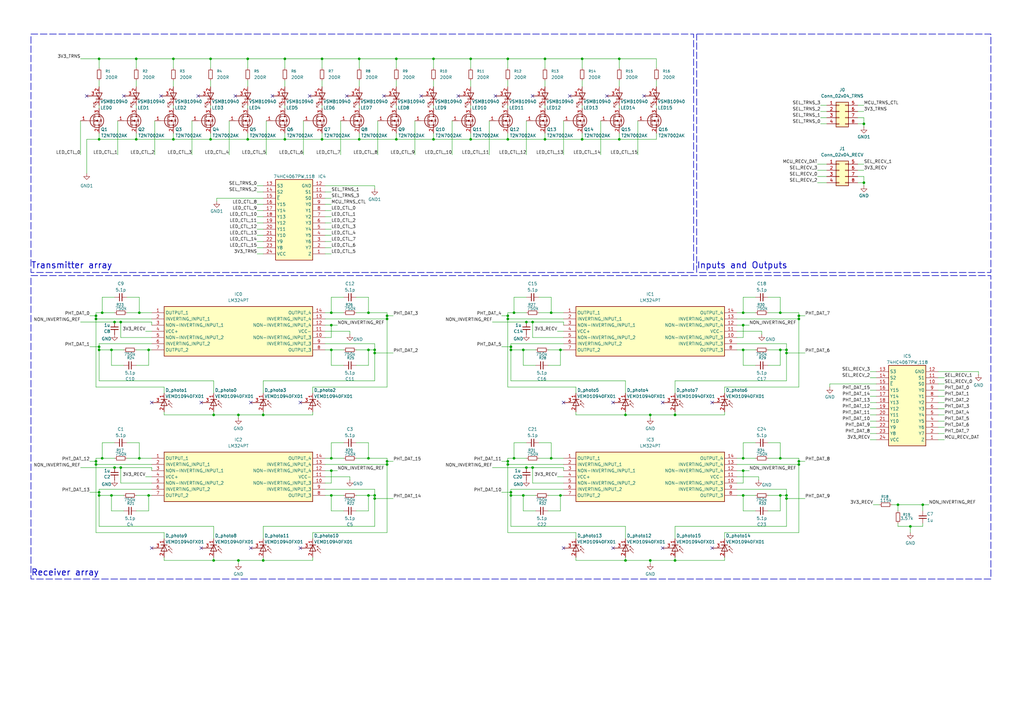
<source format=kicad_sch>
(kicad_sch (version 20250114) (generator "eeschema") (generator_version "9.0")
  (paper "A3")
  (rectangle (start 285.75 13.97) (end 406.4 111.76) (stroke (width 0.254) (type dash)))
  (rectangle (start 12.7 13.97) (end 284.48 111.76) (stroke (width 0.254) (type dash)))
  (rectangle (start 12.7 113.03) (end 406.4 237.49) (stroke (width 0.254) (type dash)))
  (text "Inputs and Outputs" (at 285.75 108.966 0) (effects (font (size 2.54 2.54) (thickness 0.3175)) (justify left)))
  (text "Receiver array" (at 12.7 234.95 0) (effects (font (size 2.54 2.54) (thickness 0.3175)) (justify left)))
  (text "Transmitter array" (at 12.7 108.966 0) (effects (font (size 2.54 2.54) (thickness 0.3175)) (justify left)))
  (junction (at 215.9 132.08))
  (junction (at 218.44 191.77))
  (junction (at 107.95 170.18))
  (junction (at 320.04 143.51))
  (junction (at 322.58 203.2))
  (junction (at 276.86 229.87))
  (junction (at 229.87 143.51))
  (junction (at 41.91 128.27))
  (junction (at 107.95 229.87))
  (junction (at 327.66 130.81))
  (junction (at 49.53 132.08))
  (junction (at 226.06 128.27))
  (junction (at 223.52 57.15))
  (junction (at 256.54 229.87))
  (junction (at 208.28 57.15))
  (junction (at 151.13 187.96))
  (junction (at 210.82 128.27))
  (junction (at 209.55 203.2))
  (junction (at 304.8 133.35))
  (junction (at 162.56 57.15))
  (junction (at 158.75 129.54))
  (junction (at 40.64 203.2))
  (junction (at 158.75 189.23))
  (junction (at 45.72 203.2))
  (junction (at 57.15 187.96))
  (junction (at 368.3 207.01))
  (junction (at 304.8 203.2))
  (junction (at 135.89 128.27))
  (junction (at 151.13 143.51))
  (junction (at 327.66 190.5))
  (junction (at 153.67 144.78))
  (junction (at 304.8 187.96))
  (junction (at 55.88 57.15))
  (junction (at 304.8 143.51))
  (junction (at 71.12 57.15))
  (junction (at 147.32 57.15))
  (junction (at 214.63 203.2))
  (junction (at 153.67 204.47))
  (junction (at 135.89 133.35))
  (junction (at 229.87 203.2))
  (junction (at 71.12 24.13))
  (junction (at 101.6 57.15))
  (junction (at 39.37 130.81))
  (junction (at 39.37 129.54))
  (junction (at 226.06 187.96))
  (junction (at 208.28 129.54))
  (junction (at 193.04 24.13))
  (junction (at 40.64 57.15))
  (junction (at 304.8 128.27))
  (junction (at 116.84 24.13))
  (junction (at 97.79 170.18))
  (junction (at 327.66 129.54))
  (junction (at 116.84 57.15))
  (junction (at 208.28 190.5))
  (junction (at 209.55 143.51))
  (junction (at 215.9 191.77))
  (junction (at 354.33 74.93))
  (junction (at 135.89 143.51))
  (junction (at 55.88 24.13))
  (junction (at 158.75 190.5))
  (junction (at 97.79 229.87))
  (junction (at 46.99 191.77))
  (junction (at 210.82 187.96))
  (junction (at 135.89 203.2))
  (junction (at 60.96 203.2))
  (junction (at 60.96 143.51))
  (junction (at 147.32 24.13))
  (junction (at 223.52 24.13))
  (junction (at 49.53 191.77))
  (junction (at 40.64 143.51))
  (junction (at 135.89 193.04))
  (junction (at 320.04 128.27))
  (junction (at 238.76 24.13))
  (junction (at 214.63 143.51))
  (junction (at 208.28 130.81))
  (junction (at 322.58 143.51))
  (junction (at 162.56 24.13))
  (junction (at 193.04 57.15))
  (junction (at 101.6 24.13))
  (junction (at 322.58 204.47))
  (junction (at 304.8 193.04))
  (junction (at 266.7 170.18))
  (junction (at 45.72 143.51))
  (junction (at 208.28 24.13))
  (junction (at 39.37 190.5))
  (junction (at 41.91 187.96))
  (junction (at 57.15 128.27))
  (junction (at 254 24.13))
  (junction (at 354.33 50.8))
  (junction (at 266.7 229.87))
  (junction (at 322.58 144.78))
  (junction (at 86.36 24.13))
  (junction (at 151.13 203.2))
  (junction (at 208.28 189.23))
  (junction (at 87.63 229.87))
  (junction (at 153.67 203.2))
  (junction (at 40.64 24.13))
  (junction (at 158.75 130.81))
  (junction (at 177.8 24.13))
  (junction (at 209.55 201.93))
  (junction (at 46.99 132.08))
  (junction (at 153.67 143.51))
  (junction (at 87.63 170.18))
  (junction (at 40.64 142.24))
  (junction (at 378.46 207.01))
  (junction (at 86.36 57.15))
  (junction (at 327.66 189.23))
  (junction (at 151.13 128.27))
  (junction (at 254 57.15))
  (junction (at 39.37 189.23))
  (junction (at 256.54 170.18))
  (junction (at 177.8 57.15))
  (junction (at 320.04 187.96))
  (junction (at 209.55 142.24))
  (junction (at 135.89 187.96))
  (junction (at 276.86 170.18))
  (junction (at 373.38 215.9))
  (junction (at 40.64 201.93))
  (junction (at 218.44 132.08))
  (junction (at 238.76 57.15))
  (junction (at 320.04 203.2))
  (junction (at 132.08 24.13))
  (junction (at 132.08 57.15))
  (no_connect (at 271.78 165.1))
  (no_connect (at 102.87 224.79))
  (no_connect (at 203.2 39.37))
  (no_connect (at 218.44 39.37))
  (no_connect (at 172.72 39.37))
  (no_connect (at 271.78 224.79))
  (no_connect (at 102.87 165.1))
  (no_connect (at 187.96 39.37))
  (no_connect (at 82.55 224.79))
  (no_connect (at 127 39.37))
  (no_connect (at 248.92 39.37))
  (no_connect (at 35.56 39.37))
  (no_connect (at 123.19 165.1))
  (no_connect (at 96.52 39.37))
  (no_connect (at 66.04 39.37))
  (no_connect (at 111.76 39.37))
  (no_connect (at 292.1 224.79))
  (no_connect (at 62.23 224.79))
  (no_connect (at 82.55 165.1))
  (no_connect (at 251.46 165.1))
  (no_connect (at 62.23 165.1))
  (no_connect (at 50.8 39.37))
  (no_connect (at 233.68 39.37))
  (no_connect (at 231.14 165.1))
  (no_connect (at 231.14 224.79))
  (no_connect (at 142.24 39.37))
  (no_connect (at 123.19 224.79))
  (no_connect (at 264.16 39.37))
  (no_connect (at 292.1 165.1))
  (no_connect (at 251.46 224.79))
  (no_connect (at 81.28 39.37))
  (no_connect (at 157.48 39.37))
  (wire (pts (xy 297.18 220.98) (xy 297.18 218.44)))
  (wire (pts (xy 384.81 160.02) (xy 387.35 160.02)))
  (wire (pts (xy 50.8 203.2) (xy 45.72 203.2)))
  (wire (pts (xy 105.41 93.98) (xy 107.95 93.98)))
  (wire (pts (xy 60.96 203.2) (xy 62.23 203.2)))
  (wire (pts (xy 67.31 161.29) (xy 67.31 158.75)))
  (wire (pts (xy 210.82 121.92) (xy 210.82 128.27)))
  (wire (pts (xy 87.63 229.87) (xy 97.79 229.87)))
  (wire (pts (xy 146.05 181.61) (xy 151.13 181.61)))
  (wire (pts (xy 322.58 144.78) (xy 330.2 144.78)))
  (wire (pts (xy 401.32 152.4) (xy 384.81 152.4)))
  (wire (pts (xy 67.31 170.18) (xy 87.63 170.18)))
  (wire (pts (xy 254 24.13) (xy 269.24 24.13)))
  (wire (pts (xy 205.74 189.23) (xy 208.28 189.23)))
  (wire (pts (xy 384.81 167.64) (xy 387.35 167.64)))
  (wire (pts (xy 147.32 33.02) (xy 147.32 35.56)))
  (wire (pts (xy 368.3 215.9) (xy 368.3 214.63)))
  (wire (pts (xy 229.87 209.55) (xy 229.87 203.2)))
  (wire (pts (xy 229.87 149.86) (xy 229.87 143.51)))
  (wire (pts (xy 133.35 96.52) (xy 135.89 96.52)))
  (wire (pts (xy 215.9 191.77) (xy 218.44 191.77)))
  (wire (pts (xy 314.96 209.55) (xy 320.04 209.55)))
  (wire (pts (xy 322.58 200.66) (xy 302.26 200.66)))
  (wire (pts (xy 162.56 54.61) (xy 162.56 57.15)))
  (wire (pts (xy 40.64 142.24) (xy 40.64 140.97)))
  (wire (pts (xy 146.05 143.51) (xy 151.13 143.51)))
  (wire (pts (xy 132.08 54.61) (xy 132.08 57.15)))
  (wire (pts (xy 146.05 187.96) (xy 151.13 187.96)))
  (wire (pts (xy 322.58 140.97) (xy 302.26 140.97)))
  (wire (pts (xy 50.8 143.51) (xy 45.72 143.51)))
  (wire (pts (xy 128.27 228.6) (xy 128.27 229.87)))
  (wire (pts (xy 208.28 130.81) (xy 231.14 130.81)))
  (wire (pts (xy 132.08 24.13) (xy 132.08 27.94)))
  (wire (pts (xy 153.67 76.2) (xy 133.35 76.2)))
  (wire (pts (xy 153.67 77.47) (xy 153.67 76.2)))
  (wire (pts (xy 231.14 132.08) (xy 231.14 133.35)))
  (wire (pts (xy 256.54 168.91) (xy 256.54 170.18)))
  (wire (pts (xy 220.98 121.92) (xy 226.06 121.92)))
  (wire (pts (xy 59.69 195.58) (xy 62.23 195.58)))
  (wire (pts (xy 33.02 63.5) (xy 33.02 49.53)))
  (wire (pts (xy 105.41 88.9) (xy 107.95 88.9)))
  (wire (pts (xy 105.41 83.82) (xy 107.95 83.82)))
  (wire (pts (xy 354.33 45.72) (xy 351.79 45.72)))
  (wire (pts (xy 36.83 142.24) (xy 40.64 142.24)))
  (wire (pts (xy 135.89 128.27) (xy 140.97 128.27)))
  (wire (pts (xy 50.8 209.55) (xy 45.72 209.55)))
  (wire (pts (xy 193.04 43.18) (xy 193.04 44.45)))
  (wire (pts (xy 276.86 215.9) (xy 322.58 215.9)))
  (wire (pts (xy 314.96 143.51) (xy 320.04 143.51)))
  (wire (pts (xy 336.55 43.18) (xy 339.09 43.18)))
  (wire (pts (xy 87.63 161.29) (xy 87.63 156.21)))
  (wire (pts (xy 246.38 49.53) (xy 246.38 63.5)))
  (wire (pts (xy 320.04 143.51) (xy 322.58 143.51)))
  (wire (pts (xy 218.44 138.43) (xy 218.44 132.08)))
  (wire (pts (xy 254 24.13) (xy 254 27.94)))
  (wire (pts (xy 133.35 138.43) (xy 135.89 138.43)))
  (wire (pts (xy 368.3 207.01) (xy 368.3 209.55)))
  (wire (pts (xy 158.75 128.27) (xy 158.75 129.54)))
  (wire (pts (xy 254 43.18) (xy 254 44.45)))
  (wire (pts (xy 231.14 49.53) (xy 231.14 63.5)))
  (wire (pts (xy 208.28 218.44) (xy 208.28 190.5)))
  (wire (pts (xy 71.12 33.02) (xy 71.12 35.56)))
  (wire (pts (xy 322.58 156.21) (xy 322.58 144.78)))
  (wire (pts (xy 135.89 198.12) (xy 135.89 193.04)))
  (wire (pts (xy 49.53 138.43) (xy 49.53 132.08)))
  (wire (pts (xy 354.33 48.26) (xy 354.33 50.8)))
  (wire (pts (xy 132.08 43.18) (xy 132.08 44.45)))
  (wire (pts (xy 304.8 209.55) (xy 304.8 203.2)))
  (wire (pts (xy 229.87 143.51) (xy 231.14 143.51)))
  (wire (pts (xy 60.96 143.51) (xy 62.23 143.51)))
  (wire (pts (xy 67.31 218.44) (xy 39.37 218.44)))
  (wire (pts (xy 107.95 220.98) (xy 107.95 215.9)))
  (wire (pts (xy 209.55 142.24) (xy 209.55 143.51)))
  (wire (pts (xy 351.79 72.39) (xy 354.33 72.39)))
  (wire (pts (xy 49.53 198.12) (xy 62.23 198.12)))
  (wire (pts (xy 302.26 135.89) (xy 312.42 135.89)))
  (wire (pts (xy 320.04 181.61) (xy 320.04 187.96)))
  (wire (pts (xy 87.63 228.6) (xy 87.63 229.87)))
  (wire (pts (xy 35.56 71.12) (xy 35.56 57.15)))
  (wire (pts (xy 236.22 170.18) (xy 256.54 170.18)))
  (wire (pts (xy 177.8 33.02) (xy 177.8 35.56)))
  (wire (pts (xy 49.53 191.77) (xy 62.23 191.77)))
  (wire (pts (xy 210.82 181.61) (xy 210.82 187.96)))
  (wire (pts (xy 238.76 24.13) (xy 254 24.13)))
  (wire (pts (xy 158.75 130.81) (xy 133.35 130.81)))
  (wire (pts (xy 40.64 43.18) (xy 40.64 44.45)))
  (wire (pts (xy 193.04 24.13) (xy 208.28 24.13)))
  (wire (pts (xy 133.35 104.14) (xy 135.89 104.14)))
  (wire (pts (xy 55.88 57.15) (xy 40.64 57.15)))
  (wire (pts (xy 219.71 209.55) (xy 214.63 209.55)))
  (wire (pts (xy 193.04 24.13) (xy 193.04 27.94)))
  (wire (pts (xy 158.75 218.44) (xy 158.75 190.5)))
  (wire (pts (xy 63.5 49.53) (xy 63.5 63.5)))
  (wire (pts (xy 132.08 24.13) (xy 147.32 24.13)))
  (wire (pts (xy 67.31 168.91) (xy 67.31 170.18)))
  (wire (pts (xy 128.27 158.75) (xy 158.75 158.75)))
  (wire (pts (xy 208.28 24.13) (xy 208.28 27.94)))
  (wire (pts (xy 133.35 133.35) (xy 135.89 133.35)))
  (wire (pts (xy 356.87 177.8) (xy 359.41 177.8)))
  (wire (pts (xy 218.44 198.12) (xy 231.14 198.12)))
  (wire (pts (xy 219.71 143.51) (xy 214.63 143.51)))
  (wire (pts (xy 226.06 181.61) (xy 226.06 187.96)))
  (wire (pts (xy 133.35 198.12) (xy 135.89 198.12)))
  (wire (pts (xy 105.41 91.44) (xy 107.95 91.44)))
  (wire (pts (xy 107.95 228.6) (xy 107.95 229.87)))
  (wire (pts (xy 231.14 191.77) (xy 231.14 193.04)))
  (wire (pts (xy 339.09 74.93) (xy 335.28 74.93)))
  (wire (pts (xy 128.27 229.87) (xy 107.95 229.87)))
  (wire (pts (xy 302.26 143.51) (xy 304.8 143.51)))
  (wire (pts (xy 40.64 156.21) (xy 40.64 143.51)))
  (wire (pts (xy 39.37 190.5) (xy 39.37 189.23)))
  (wire (pts (xy 358.14 207.01) (xy 360.68 207.01)))
  (wire (pts (xy 40.64 24.13) (xy 55.88 24.13)))
  (wire (pts (xy 45.72 209.55) (xy 45.72 203.2)))
  (wire (pts (xy 327.66 129.54) (xy 327.66 130.81)))
  (wire (pts (xy 60.96 149.86) (xy 60.96 143.51)))
  (wire (pts (xy 219.71 203.2) (xy 214.63 203.2)))
  (wire (pts (xy 304.8 193.04) (xy 307.34 193.04)))
  (wire (pts (xy 226.06 187.96) (xy 231.14 187.96)))
  (wire (pts (xy 133.35 86.36) (xy 135.89 86.36)))
  (wire (pts (xy 154.94 63.5) (xy 154.94 49.53)))
  (wire (pts (xy 41.91 187.96) (xy 46.99 187.96)))
  (wire (pts (xy 351.79 69.85) (xy 354.33 69.85)))
  (wire (pts (xy 214.63 143.51) (xy 209.55 143.51)))
  (wire (pts (xy 40.64 24.13) (xy 40.64 27.94)))
  (wire (pts (xy 146.05 121.92) (xy 151.13 121.92)))
  (wire (pts (xy 314.96 128.27) (xy 320.04 128.27)))
  (wire (pts (xy 39.37 190.5) (xy 62.23 190.5)))
  (wire (pts (xy 57.15 187.96) (xy 62.23 187.96)))
  (wire (pts (xy 302.26 195.58) (xy 311.15 195.58)))
  (wire (pts (xy 276.86 229.87) (xy 266.7 229.87)))
  (wire (pts (xy 224.79 149.86) (xy 229.87 149.86)))
  (wire (pts (xy 128.27 161.29) (xy 128.27 158.75)))
  (wire (pts (xy 158.75 158.75) (xy 158.75 130.81)))
  (wire (pts (xy 356.87 165.1) (xy 359.41 165.1)))
  (wire (pts (xy 86.36 43.18) (xy 86.36 44.45)))
  (wire (pts (xy 116.84 33.02) (xy 116.84 35.56)))
  (wire (pts (xy 309.88 203.2) (xy 304.8 203.2)))
  (wire (pts (xy 384.81 157.48) (xy 387.35 157.48)))
  (wire (pts (xy 384.81 154.94) (xy 387.35 154.94)))
  (wire (pts (xy 140.97 181.61) (xy 135.89 181.61)))
  (wire (pts (xy 55.88 54.61) (xy 55.88 57.15)))
  (wire (pts (xy 55.88 43.18) (xy 55.88 44.45)))
  (wire (pts (xy 40.64 201.93) (xy 40.64 200.66)))
  (wire (pts (xy 87.63 170.18) (xy 97.79 170.18)))
  (wire (pts (xy 193.04 33.02) (xy 193.04 35.56)))
  (wire (pts (xy 46.99 132.08) (xy 49.53 132.08)))
  (wire (pts (xy 351.79 67.31) (xy 354.33 67.31)))
  (wire (pts (xy 158.75 129.54) (xy 161.29 129.54)))
  (wire (pts (xy 210.82 187.96) (xy 208.28 187.96)))
  (wire (pts (xy 151.13 203.2) (xy 153.67 203.2)))
  (wire (pts (xy 223.52 33.02) (xy 223.52 35.56)))
  (wire (pts (xy 55.88 24.13) (xy 55.88 27.94)))
  (wire (pts (xy 87.63 168.91) (xy 87.63 170.18)))
  (wire (pts (xy 116.84 43.18) (xy 116.84 44.45)))
  (wire (pts (xy 297.18 158.75) (xy 327.66 158.75)))
  (wire (pts (xy 236.22 168.91) (xy 236.22 170.18)))
  (wire (pts (xy 162.56 43.18) (xy 162.56 44.45)))
  (wire (pts (xy 226.06 121.92) (xy 226.06 128.27)))
  (wire (pts (xy 320.04 187.96) (xy 327.66 187.96)))
  (wire (pts (xy 135.89 187.96) (xy 140.97 187.96)))
  (wire (pts (xy 384.81 177.8) (xy 387.35 177.8)))
  (wire (pts (xy 140.97 203.2) (xy 135.89 203.2)))
  (wire (pts (xy 97.79 229.87) (xy 97.79 231.14)))
  (wire (pts (xy 158.75 187.96) (xy 158.75 189.23)))
  (wire (pts (xy 133.35 195.58) (xy 143.51 195.58)))
  (wire (pts (xy 55.88 24.13) (xy 71.12 24.13)))
  (wire (pts (xy 304.8 187.96) (xy 302.26 187.96)))
  (wire (pts (xy 356.87 162.56) (xy 359.41 162.56)))
  (wire (pts (xy 297.18 168.91) (xy 297.18 170.18)))
  (wire (pts (xy 368.3 207.01) (xy 378.46 207.01)))
  (wire (pts (xy 135.89 187.96) (xy 133.35 187.96)))
  (wire (pts (xy 309.88 143.51) (xy 304.8 143.51)))
  (wire (pts (xy 327.66 218.44) (xy 327.66 190.5)))
  (wire (pts (xy 269.24 57.15) (xy 254 57.15)))
  (wire (pts (xy 297.18 229.87) (xy 276.86 229.87)))
  (wire (pts (xy 151.13 143.51) (xy 153.67 143.51)))
  (wire (pts (xy 238.76 54.61) (xy 238.76 57.15)))
  (wire (pts (xy 101.6 24.13) (xy 116.84 24.13)))
  (wire (pts (xy 105.41 96.52) (xy 107.95 96.52)))
  (wire (pts (xy 208.28 54.61) (xy 208.28 57.15)))
  (wire (pts (xy 45.72 143.51) (xy 40.64 143.51)))
  (wire (pts (xy 208.28 189.23) (xy 208.28 187.96)))
  (wire (pts (xy 132.08 57.15) (xy 116.84 57.15)))
  (wire (pts (xy 162.56 33.02) (xy 162.56 35.56)))
  (wire (pts (xy 223.52 57.15) (xy 208.28 57.15)))
  (wire (pts (xy 339.09 69.85) (xy 335.28 69.85)))
  (wire (pts (xy 101.6 24.13) (xy 101.6 27.94)))
  (wire (pts (xy 147.32 24.13) (xy 147.32 27.94)))
  (wire (pts (xy 41.91 121.92) (xy 41.91 128.27)))
  (wire (pts (xy 327.66 158.75) (xy 327.66 130.81)))
  (wire (pts (xy 57.15 181.61) (xy 57.15 187.96)))
  (wire (pts (xy 276.86 228.6) (xy 276.86 229.87)))
  (wire (pts (xy 71.12 57.15) (xy 86.36 57.15)))
  (wire (pts (xy 302.26 133.35) (xy 304.8 133.35)))
  (wire (pts (xy 71.12 24.13) (xy 71.12 27.94)))
  (wire (pts (xy 373.38 215.9) (xy 378.46 215.9)))
  (wire (pts (xy 147.32 57.15) (xy 132.08 57.15)))
  (wire (pts (xy 228.6 135.89) (xy 231.14 135.89)))
  (wire (pts (xy 354.33 43.18) (xy 351.79 43.18)))
  (wire (pts (xy 158.75 189.23) (xy 161.29 189.23)))
  (wire (pts (xy 146.05 209.55) (xy 151.13 209.55)))
  (wire (pts (xy 133.35 78.74) (xy 135.89 78.74)))
  (wire (pts (xy 356.87 152.4) (xy 359.41 152.4)))
  (wire (pts (xy 162.56 24.13) (xy 177.8 24.13)))
  (wire (pts (xy 254 57.15) (xy 238.76 57.15)))
  (wire (pts (xy 87.63 215.9) (xy 40.64 215.9)))
  (wire (pts (xy 229.87 203.2) (xy 231.14 203.2)))
  (wire (pts (xy 107.95 170.18) (xy 97.79 170.18)))
  (wire (pts (xy 384.81 180.34) (xy 387.35 180.34)))
  (wire (pts (xy 200.66 49.53) (xy 200.66 63.5)))
  (wire (pts (xy 256.54 228.6) (xy 256.54 229.87)))
  (wire (pts (xy 105.41 101.6) (xy 107.95 101.6)))
  (wire (pts (xy 209.55 142.24) (xy 209.55 140.97)))
  (wire (pts (xy 223.52 24.13) (xy 223.52 27.94)))
  (wire (pts (xy 304.8 138.43) (xy 304.8 133.35)))
  (wire (pts (xy 105.41 104.14) (xy 107.95 104.14)))
  (wire (pts (xy 193.04 57.15) (xy 208.28 57.15)))
  (wire (pts (xy 226.06 128.27) (xy 231.14 128.27)))
  (wire (pts (xy 135.89 193.04) (xy 138.43 193.04)))
  (wire (pts (xy 327.66 187.96) (xy 327.66 189.23)))
  (wire (pts (xy 39.37 158.75) (xy 39.37 130.81)))
  (wire (pts (xy 133.35 203.2) (xy 135.89 203.2)))
  (wire (pts (xy 269.24 33.02) (xy 269.24 35.56)))
  (wire (pts (xy 105.41 99.06) (xy 107.95 99.06)))
  (wire (pts (xy 322.58 204.47) (xy 330.2 204.47)))
  (wire (pts (xy 238.76 57.15) (xy 223.52 57.15)))
  (wire (pts (xy 151.13 121.92) (xy 151.13 128.27)))
  (wire (pts (xy 236.22 228.6) (xy 236.22 229.87)))
  (wire (pts (xy 304.8 128.27) (xy 309.88 128.27)))
  (wire (pts (xy 254 33.02) (xy 254 35.56)))
  (wire (pts (xy 177.8 43.18) (xy 177.8 44.45)))
  (wire (pts (xy 45.72 149.86) (xy 45.72 143.51)))
  (wire (pts (xy 297.18 218.44) (xy 327.66 218.44)))
  (wire (pts (xy 208.28 158.75) (xy 208.28 130.81)))
  (wire (pts (xy 304.8 187.96) (xy 309.88 187.96)))
  (wire (pts (xy 276.86 220.98) (xy 276.86 215.9)))
  (wire (pts (xy 88.9 81.28) (xy 88.9 82.55)))
  (wire (pts (xy 193.04 54.61) (xy 193.04 57.15)))
  (wire (pts (xy 311.15 196.85) (xy 311.15 195.58)))
  (wire (pts (xy 297.18 170.18) (xy 276.86 170.18)))
  (wire (pts (xy 214.63 149.86) (xy 214.63 143.51)))
  (wire (pts (xy 322.58 215.9) (xy 322.58 204.47)))
  (wire (pts (xy 35.56 57.15) (xy 40.64 57.15)))
  (wire (pts (xy 143.51 137.16) (xy 143.51 135.89)))
  (wire (pts (xy 177.8 24.13) (xy 193.04 24.13)))
  (wire (pts (xy 276.86 170.18) (xy 266.7 170.18)))
  (wire (pts (xy 309.88 181.61) (xy 304.8 181.61)))
  (wire (pts (xy 101.6 33.02) (xy 101.6 35.56)))
  (wire (pts (xy 107.95 168.91) (xy 107.95 170.18)))
  (wire (pts (xy 209.55 156.21) (xy 209.55 143.51)))
  (wire (pts (xy 322.58 144.78) (xy 322.58 143.51)))
  (wire (pts (xy 320.04 203.2) (xy 322.58 203.2)))
  (wire (pts (xy 40.64 200.66) (xy 62.23 200.66)))
  (wire (pts (xy 153.67 203.2) (xy 153.67 200.66)))
  (wire (pts (xy 215.9 121.92) (xy 210.82 121.92)))
  (wire (pts (xy 209.55 200.66) (xy 231.14 200.66)))
  (wire (pts (xy 133.35 91.44) (xy 135.89 91.44)))
  (wire (pts (xy 210.82 128.27) (xy 215.9 128.27)))
  (wire (pts (xy 384.81 175.26) (xy 387.35 175.26)))
  (wire (pts (xy 116.84 24.13) (xy 132.08 24.13)))
  (wire (pts (xy 266.7 170.18) (xy 266.7 171.45)))
  (wire (pts (xy 135.89 138.43) (xy 135.89 133.35)))
  (wire (pts (xy 133.35 88.9) (xy 135.89 88.9)))
  (wire (pts (xy 133.35 83.82) (xy 135.89 83.82)))
  (wire (pts (xy 128.27 168.91) (xy 128.27 170.18)))
  (wire (pts (xy 309.88 209.55) (xy 304.8 209.55)))
  (wire (pts (xy 46.99 191.77) (xy 49.53 191.77)))
  (wire (pts (xy 128.27 170.18) (xy 107.95 170.18)))
  (wire (pts (xy 314.96 181.61) (xy 320.04 181.61)))
  (wire (pts (xy 153.67 204.47) (xy 153.67 203.2)))
  (wire (pts (xy 116.84 57.15) (xy 101.6 57.15)))
  (wire (pts (xy 327.66 128.27) (xy 327.66 129.54)))
  (wire (pts (xy 116.84 54.61) (xy 116.84 57.15)))
  (wire (pts (xy 55.88 33.02) (xy 55.88 35.56)))
  (wire (pts (xy 40.64 142.24) (xy 40.64 143.51)))
  (wire (pts (xy 320.04 149.86) (xy 320.04 143.51)))
  (wire (pts (xy 153.67 200.66) (xy 133.35 200.66)))
  (wire (pts (xy 340.36 157.48) (xy 340.36 158.75)))
  (wire (pts (xy 67.31 228.6) (xy 67.31 229.87)))
  (wire (pts (xy 269.24 24.13) (xy 269.24 27.94)))
  (wire (pts (xy 210.82 128.27) (xy 208.28 128.27)))
  (wire (pts (xy 320.04 121.92) (xy 320.04 128.27)))
  (wire (pts (xy 87.63 156.21) (xy 40.64 156.21)))
  (wire (pts (xy 135.89 133.35) (xy 138.43 133.35)))
  (wire (pts (xy 146.05 128.27) (xy 151.13 128.27)))
  (wire (pts (xy 105.41 86.36) (xy 107.95 86.36)))
  (wire (pts (xy 170.18 49.53) (xy 170.18 63.5)))
  (wire (pts (xy 254 54.61) (xy 254 57.15)))
  (wire (pts (xy 86.36 54.61) (xy 86.36 57.15)))
  (wire (pts (xy 133.35 81.28) (xy 135.89 81.28)))
  (wire (pts (xy 309.88 121.92) (xy 304.8 121.92)))
  (wire (pts (xy 327.66 129.54) (xy 330.2 129.54)))
  (wire (pts (xy 97.79 170.18) (xy 97.79 171.45)))
  (wire (pts (xy 67.31 229.87) (xy 87.63 229.87)))
  (wire (pts (xy 57.15 128.27) (xy 62.23 128.27)))
  (wire (pts (xy 60.96 203.2) (xy 55.88 203.2)))
  (wire (pts (xy 39.37 130.81) (xy 62.23 130.81)))
  (wire (pts (xy 373.38 215.9) (xy 373.38 218.44)))
  (wire (pts (xy 71.12 57.15) (xy 55.88 57.15)))
  (wire (pts (xy 107.95 76.2) (xy 105.41 76.2)))
  (wire (pts (xy 256.54 215.9) (xy 209.55 215.9)))
  (wire (pts (xy 384.81 165.1) (xy 387.35 165.1)))
  (wire (pts (xy 314.96 203.2) (xy 320.04 203.2)))
  (wire (pts (xy 57.15 121.92) (xy 57.15 128.27)))
  (wire (pts (xy 39.37 189.23) (xy 39.37 187.96)))
  (wire (pts (xy 304.8 181.61) (xy 304.8 187.96)))
  (wire (pts (xy 223.52 43.18) (xy 223.52 44.45)))
  (wire (pts (xy 223.52 24.13) (xy 238.76 24.13)))
  (wire (pts (xy 135.89 149.86) (xy 135.89 143.51)))
  (wire (pts (xy 359.41 157.48) (xy 340.36 157.48)))
  (wire (pts (xy 128.27 218.44) (xy 158.75 218.44)))
  (wire (pts (xy 147.32 24.13) (xy 162.56 24.13)))
  (wire (pts (xy 147.32 43.18) (xy 147.32 44.45)))
  (wire (pts (xy 153.67 144.78) (xy 161.29 144.78)))
  (wire (pts (xy 39.37 218.44) (xy 39.37 190.5)))
  (wire (pts (xy 276.86 161.29) (xy 276.86 156.21)))
  (wire (pts (xy 209.55 140.97) (xy 231.14 140.97)))
  (wire (pts (xy 365.76 207.01) (xy 368.3 207.01)))
  (wire (pts (xy 40.64 33.02) (xy 40.64 35.56)))
  (wire (pts (xy 256.54 170.18) (xy 266.7 170.18)))
  (wire (pts (xy 208.28 129.54) (xy 208.28 128.27)))
  (wire (pts (xy 36.83 129.54) (xy 39.37 129.54)))
  (wire (pts (xy 266.7 229.87) (xy 266.7 231.14)))
  (wire (pts (xy 201.93 132.08) (xy 215.9 132.08)))
  (wire (pts (xy 215.9 49.53) (xy 215.9 63.5)))
  (wire (pts (xy 48.26 49.53) (xy 48.26 63.5)))
  (wire (pts (xy 302.26 138.43) (xy 304.8 138.43)))
  (wire (pts (xy 336.55 45.72) (xy 339.09 45.72)))
  (wire (pts (xy 153.67 143.51) (xy 153.67 140.97)))
  (wire (pts (xy 223.52 54.61) (xy 223.52 57.15)))
  (wire (pts (xy 322.58 204.47) (xy 322.58 203.2)))
  (wire (pts (xy 201.93 191.77) (xy 215.9 191.77)))
  (wire (pts (xy 151.13 187.96) (xy 158.75 187.96)))
  (wire (pts (xy 312.42 137.16) (xy 312.42 135.89)))
  (wire (pts (xy 220.98 128.27) (xy 226.06 128.27)))
  (wire (pts (xy 52.07 121.92) (xy 57.15 121.92)))
  (wire (pts (xy 356.87 172.72) (xy 359.41 172.72)))
  (wire (pts (xy 302.26 193.04) (xy 304.8 193.04)))
  (wire (pts (xy 384.81 172.72) (xy 387.35 172.72)))
  (wire (pts (xy 219.71 149.86) (xy 214.63 149.86)))
  (wire (pts (xy 177.8 24.13) (xy 177.8 27.94)))
  (wire (pts (xy 373.38 215.9) (xy 368.3 215.9)))
  (wire (pts (xy 193.04 57.15) (xy 177.8 57.15)))
  (wire (pts (xy 153.67 215.9) (xy 153.67 204.47)))
  (wire (pts (xy 133.35 135.89) (xy 143.51 135.89)))
  (wire (pts (xy 52.07 128.27) (xy 57.15 128.27)))
  (wire (pts (xy 185.42 49.53) (xy 185.42 63.5)))
  (wire (pts (xy 135.89 209.55) (xy 135.89 203.2)))
  (wire (pts (xy 208.28 33.02) (xy 208.28 35.56)))
  (wire (pts (xy 322.58 143.51) (xy 322.58 140.97)))
  (wire (pts (xy 314.96 149.86) (xy 320.04 149.86)))
  (wire (pts (xy 335.28 67.31) (xy 339.09 67.31)))
  (wire (pts (xy 52.07 181.61) (xy 57.15 181.61)))
  (wire (pts (xy 133.35 93.98) (xy 135.89 93.98)))
  (wire (pts (xy 302.26 203.2) (xy 304.8 203.2)))
  (wire (pts (xy 86.36 33.02) (xy 86.36 35.56)))
  (wire (pts (xy 205.74 142.24) (xy 209.55 142.24)))
  (wire (pts (xy 354.33 72.39) (xy 354.33 74.93)))
  (wire (pts (xy 158.75 189.23) (xy 158.75 190.5)))
  (wire (pts (xy 229.87 203.2) (xy 224.79 203.2)))
  (wire (pts (xy 236.22 229.87) (xy 256.54 229.87)))
  (wire (pts (xy 49.53 132.08) (xy 62.23 132.08)))
  (wire (pts (xy 322.58 203.2) (xy 322.58 200.66)))
  (wire (pts (xy 304.8 198.12) (xy 304.8 193.04)))
  (wire (pts (xy 40.64 140.97) (xy 62.23 140.97)))
  (wire (pts (xy 356.87 167.64) (xy 359.41 167.64)))
  (wire (pts (xy 151.13 149.86) (xy 151.13 143.51)))
  (wire (pts (xy 269.24 43.18) (xy 269.24 44.45)))
  (wire (pts (xy 71.12 24.13) (xy 86.36 24.13)))
  (wire (pts (xy 209.55 201.93) (xy 209.55 200.66)))
  (wire (pts (xy 140.97 121.92) (xy 135.89 121.92)))
  (wire (pts (xy 153.67 140.97) (xy 133.35 140.97)))
  (wire (pts (xy 109.22 49.53) (xy 109.22 63.5)))
  (wire (pts (xy 214.63 203.2) (xy 209.55 203.2)))
  (wire (pts (xy 214.63 209.55) (xy 214.63 203.2)))
  (wire (pts (xy 39.37 129.54) (xy 39.37 128.27)))
  (wire (pts (xy 208.28 43.18) (xy 208.28 44.45)))
  (wire (pts (xy 297.18 228.6) (xy 297.18 229.87)))
  (wire (pts (xy 384.81 170.18) (xy 387.35 170.18)))
  (wire (pts (xy 36.83 189.23) (xy 39.37 189.23)))
  (wire (pts (xy 276.86 168.91) (xy 276.86 170.18)))
  (wire (pts (xy 236.22 220.98) (xy 236.22 218.44)))
  (wire (pts (xy 41.91 128.27) (xy 39.37 128.27)))
  (wire (pts (xy 220.98 187.96) (xy 226.06 187.96)))
  (wire (pts (xy 86.36 24.13) (xy 101.6 24.13)))
  (wire (pts (xy 208.28 130.81) (xy 208.28 129.54)))
  (wire (pts (xy 33.02 191.77) (xy 46.99 191.77)))
  (wire (pts (xy 135.89 121.92) (xy 135.89 128.27)))
  (wire (pts (xy 158.75 129.54) (xy 158.75 130.81)))
  (wire (pts (xy 327.66 130.81) (xy 302.26 130.81)))
  (wire (pts (xy 60.96 143.51) (xy 55.88 143.51)))
  (wire (pts (xy 151.13 209.55) (xy 151.13 203.2)))
  (wire (pts (xy 133.35 143.51) (xy 135.89 143.51)))
  (wire (pts (xy 135.89 181.61) (xy 135.89 187.96)))
  (wire (pts (xy 218.44 198.12) (xy 218.44 191.77)))
  (wire (pts (xy 209.55 201.93) (xy 209.55 203.2)))
  (wire (pts (xy 36.83 201.93) (xy 40.64 201.93)))
  (wire (pts (xy 133.35 99.06) (xy 135.89 99.06)))
  (wire (pts (xy 151.13 128.27) (xy 158.75 128.27)))
  (wire (pts (xy 215.9 181.61) (xy 210.82 181.61)))
  (wire (pts (xy 107.95 215.9) (xy 153.67 215.9)))
  (wire (pts (xy 107.95 81.28) (xy 88.9 81.28)))
  (wire (pts (xy 356.87 180.34) (xy 359.41 180.34)))
  (wire (pts (xy 218.44 191.77) (xy 231.14 191.77)))
  (wire (pts (xy 101.6 54.61) (xy 101.6 57.15)))
  (wire (pts (xy 146.05 203.2) (xy 151.13 203.2)))
  (wire (pts (xy 354.33 50.8) (xy 354.33 52.07)))
  (wire (pts (xy 384.81 162.56) (xy 387.35 162.56)))
  (wire (pts (xy 297.18 161.29) (xy 297.18 158.75)))
  (wire (pts (xy 320.04 128.27) (xy 327.66 128.27)))
  (wire (pts (xy 218.44 138.43) (xy 231.14 138.43)))
  (wire (pts (xy 356.87 170.18) (xy 359.41 170.18)))
  (wire (pts (xy 153.67 156.21) (xy 153.67 144.78)))
  (wire (pts (xy 401.32 153.67) (xy 401.32 152.4)))
  (wire (pts (xy 256.54 156.21) (xy 209.55 156.21)))
  (wire (pts (xy 40.64 215.9) (xy 40.64 203.2)))
  (wire (pts (xy 128.27 220.98) (xy 128.27 218.44)))
  (wire (pts (xy 107.95 78.74) (xy 105.41 78.74)))
  (wire (pts (xy 354.33 48.26) (xy 351.79 48.26)))
  (wire (pts (xy 314.96 121.92) (xy 320.04 121.92)))
  (wire (pts (xy 133.35 101.6) (xy 135.89 101.6)))
  (wire (pts (xy 327.66 189.23) (xy 327.66 190.5)))
  (wire (pts (xy 209.55 215.9) (xy 209.55 203.2)))
  (wire (pts (xy 351.79 50.8) (xy 354.33 50.8)))
  (wire (pts (xy 304.8 121.92) (xy 304.8 128.27)))
  (wire (pts (xy 41.91 187.96) (xy 39.37 187.96)))
  (wire (pts (xy 302.26 198.12) (xy 304.8 198.12)))
  (wire (pts (xy 135.89 128.27) (xy 133.35 128.27)))
  (wire (pts (xy 140.97 209.55) (xy 135.89 209.55)))
  (wire (pts (xy 228.6 195.58) (xy 231.14 195.58)))
  (wire (pts (xy 238.76 33.02) (xy 238.76 35.56)))
  (wire (pts (xy 147.32 54.61) (xy 147.32 57.15)))
  (wire (pts (xy 40.64 201.93) (xy 40.64 203.2)))
  (wire (pts (xy 62.23 132.08) (xy 62.23 133.35)))
  (wire (pts (xy 133.35 193.04) (xy 135.89 193.04)))
  (wire (pts (xy 33.02 132.08) (xy 46.99 132.08)))
  (wire (pts (xy 162.56 24.13) (xy 162.56 27.94)))
  (wire (pts (xy 327.66 190.5) (xy 302.26 190.5)))
  (wire (pts (xy 49.53 198.12) (xy 49.53 191.77)))
  (wire (pts (xy 93.98 49.53) (xy 93.98 63.5)))
  (wire (pts (xy 261.62 49.53) (xy 261.62 63.5)))
  (wire (pts (xy 378.46 207.01) (xy 381 207.01)))
  (wire (pts (xy 378.46 207.01) (xy 378.46 209.55)))
  (wire (pts (xy 210.82 187.96) (xy 215.9 187.96)))
  (wire (pts (xy 143.51 196.85) (xy 143.51 195.58)))
  (wire (pts (xy 140.97 149.86) (xy 135.89 149.86)))
  (wire (pts (xy 87.63 220.98) (xy 87.63 215.9)))
  (wire (pts (xy 59.69 135.89) (xy 62.23 135.89)))
  (wire (pts (xy 101.6 43.18) (xy 101.6 44.45)))
  (wire (pts (xy 304.8 128.27) (xy 302.26 128.27)))
  (wire (pts (xy 62.23 191.77) (xy 62.23 193.04)))
  (wire (pts (xy 39.37 130.81) (xy 39.37 129.54)))
  (wire (pts (xy 146.05 149.86) (xy 151.13 149.86)))
  (wire (pts (xy 309.88 149.86) (xy 304.8 149.86)))
  (wire (pts (xy 55.88 209.55) (xy 60.96 209.55)))
  (wire (pts (xy 256.54 161.29) (xy 256.54 156.21)))
  (wire (pts (xy 60.96 209.55) (xy 60.96 203.2)))
  (wire (pts (xy 205.74 129.54) (xy 208.28 129.54)))
  (wire (pts (xy 107.95 161.29) (xy 107.95 156.21)))
  (wire (pts (xy 356.87 154.94) (xy 359.41 154.94)))
  (wire (pts (xy 256.54 220.98) (xy 256.54 215.9)))
  (wire (pts (xy 139.7 49.53) (xy 139.7 63.5)))
  (wire (pts (xy 378.46 214.63) (xy 378.46 215.9)))
  (wire (pts (xy 229.87 143.51) (xy 224.79 143.51)))
  (wire (pts (xy 220.98 181.61) (xy 226.06 181.61)))
  (wire (pts (xy 236.22 161.29) (xy 236.22 158.75)))
  (wire (pts (xy 276.86 156.21) (xy 322.58 156.21)))
  (wire (pts (xy 71.12 54.61) (xy 71.12 57.15)))
  (wire (pts (xy 224.79 209.55) (xy 229.87 209.55)))
  (wire (pts (xy 107.95 156.21) (xy 153.67 156.21)))
  (wire (pts (xy 215.9 132.08) (xy 218.44 132.08)))
  (wire (pts (xy 39.37 158.75) (xy 67.31 158.75)))
  (wire (pts (xy 356.87 175.26) (xy 359.41 175.26)))
  (wire (pts (xy 140.97 143.51) (xy 135.89 143.51)))
  (wire (pts (xy 50.8 149.86) (xy 45.72 149.86)))
  (wire (pts (xy 205.74 201.93) (xy 209.55 201.93)))
  (wire (pts (xy 208.28 190.5) (xy 231.14 190.5)))
  (wire (pts (xy 107.95 229.87) (xy 97.79 229.87)))
  (wire (pts (xy 327.66 189.23) (xy 330.2 189.23)))
  (wire (pts (xy 339.09 72.39) (xy 335.28 72.39)))
  (wire (pts (xy 41.91 181.61) (xy 41.91 187.96)))
  (wire (pts (xy 354.33 74.93) (xy 354.33 76.2)))
  (wire (pts (xy 124.46 49.53) (xy 124.46 63.5)))
  (wire (pts (xy 356.87 160.02) (xy 359.41 160.02)))
  (wire (pts (xy 71.12 43.18) (xy 71.12 44.45)))
  (wire (pts (xy 304.8 149.86) (xy 304.8 143.51)))
  (wire (pts (xy 320.04 209.55) (xy 320.04 203.2)))
  (wire (pts (xy 236.22 218.44) (xy 208.28 218.44)))
  (wire (pts (xy 218.44 132.08) (xy 231.14 132.08)))
  (wire (pts (xy 208.28 24.13) (xy 223.52 24.13)))
  (wire (pts (xy 101.6 57.15) (xy 86.36 57.15)))
  (wire (pts (xy 33.02 24.13) (xy 40.64 24.13)))
  (wire (pts (xy 208.28 190.5) (xy 208.28 189.23)))
  (wire (pts (xy 40.64 54.61) (xy 40.64 57.15)))
  (wire (pts (xy 256.54 229.87) (xy 266.7 229.87)))
  (wire (pts (xy 238.76 43.18) (xy 238.76 44.45)))
  (wire (pts (xy 177.8 54.61) (xy 177.8 57.15)))
  (wire (pts (xy 116.84 24.13) (xy 116.84 27.94)))
  (wire (pts (xy 46.99 121.92) (xy 41.91 121.92)))
  (wire (pts (xy 132.08 33.02) (xy 132.08 35.56)))
  (wire (pts (xy 46.99 181.61) (xy 41.91 181.61)))
  (wire (pts (xy 45.72 203.2) (xy 40.64 203.2)))
  (wire (pts (xy 151.13 181.61) (xy 151.13 187.96)))
  (wire (pts (xy 336.55 48.26) (xy 339.09 48.26)))
  (wire (pts (xy 55.88 149.86) (xy 60.96 149.86)))
  (wire (pts (xy 49.53 138.43) (xy 62.23 138.43)))
  (wire (pts (xy 238.76 24.13) (xy 238.76 27.94)))
  (wire (pts (xy 236.22 158.75) (xy 208.28 158.75)))
  (wire (pts (xy 304.8 133.35) (xy 307.34 133.35)))
  (wire (pts (xy 52.07 187.96) (xy 57.15 187.96)))
  (wire (pts (xy 269.24 54.61) (xy 269.24 57.15)))
  (wire (pts (xy 153.67 204.47) (xy 161.29 204.47)))
  (wire (pts (xy 147.32 57.15) (xy 162.56 57.15)))
  (wire (pts (xy 336.55 50.8) (xy 339.09 50.8)))
  (wire (pts (xy 153.67 144.78) (xy 153.67 143.51)))
  (wire (pts (xy 41.91 128.27) (xy 46.99 128.27)))
  (wire (pts (xy 177.8 57.15) (xy 162.56 57.15)))
  (wire (pts (xy 314.96 187.96) (xy 320.04 187.96)))
  (wire (pts (xy 86.36 24.13) (xy 86.36 27.94)))
  (wire (pts (xy 67.31 220.98) (xy 67.31 218.44)))
  (wire (pts (xy 78.74 49.53) (xy 78.74 63.5)))
  (wire (pts (xy 158.75 190.5) (xy 133.35 190.5)))
  (wire (pts (xy 351.79 74.93) (xy 354.33 74.93)))
  (label "PHT_DAT_10" (at 356.87 172.72 180))
  (label "PHT_DAT_7" (at 387.35 177.8 0))
  (label "PHT_DAT_13" (at 36.83 201.93 180))
  (label "NON_INVERTING_REF" (at 381 207.01 0))
  (label "LED_CTL_7" (at 135.89 99.06 0))
  (label "LED_CTL_11" (at 200.66 63.5 180))
  (label "LED_CTL_3" (at 78.74 63.5 180))
  (label "3V3_RECV" (at 356.87 180.34 180))
  (label "SEL_TRNS_2" (at 336.55 45.72 180))
  (label "PHT_DAT_5" (at 205.74 142.24 180))
  (label "PHT_DAT_3" (at 387.35 167.64 0))
  (label "LED_CTL_15" (at 105.41 101.6 180))
  (label "LED_CTL_9" (at 105.41 86.36 180))
  (label "PHT_DAT_11" (at 356.87 170.18 180))
  (label "SEL_RECV_2" (at 335.28 74.93 180))
  (label "SEL_TRNS_1" (at 135.89 78.74 0))
  (label "PHT_DAT_13" (at 356.87 165.1 180))
  (label "LED_CTL_12" (at 215.9 63.5 180))
  (label "MCU_RECV_DAT" (at 335.28 67.31 180))
  (label "LED_CTL_3" (at 135.89 93.98 0))
  (label "PHT_DAT_12" (at 356.87 167.64 180))
  (label "3V3_RECV" (at 228.6 135.89 180))
  (label "PHT_DAT_14" (at 161.29 204.47 0))
  (label "LED_CTL_5" (at 135.89 104.14 0))
  (label "MCU_RECV_DAT" (at 387.35 180.34 0))
  (label "PHT_DAT_4" (at 205.74 129.54 180))
  (label "LED_CTL_6" (at 124.46 63.5 180))
  (label "PHT_DAT_8" (at 356.87 177.8 180))
  (label "PHT_DAT_12" (at 36.83 189.23 180))
  (label "3V3_RECV" (at 59.69 195.58 180))
  (label "3V3_RECV" (at 358.14 207.01 180))
  (label "SEL_RECV_3" (at 335.28 69.85 180))
  (label "LED_CTL_0" (at 135.89 86.36 0))
  (label "NON_INVERTING_REF" (at 307.34 193.04 0))
  (label "LED_CTL_2" (at 63.5 63.5 180))
  (label "PHT_DAT_15" (at 356.87 160.02 180))
  (label "SEL_RECV_1" (at 387.35 154.94 0))
  (label "LED_CTL_11" (at 105.41 91.44 180))
  (label "LED_CTL_2" (at 135.89 91.44 0))
  (label "SEL_TRNS_0" (at 336.55 50.8 180))
  (label "SEL_RECV_2" (at 356.87 154.94 180))
  (label "NON_INVERTING_REF" (at 33.02 191.77 180))
  (label "NON_INVERTING_REF" (at 138.43 133.35 0))
  (label "LED_CTL_15" (at 261.62 63.5 180))
  (label "LED_CTL_12" (at 105.41 93.98 180))
  (label "LED_CTL_14" (at 105.41 99.06 180))
  (label "3V3_RECV" (at 59.69 135.89 180))
  (label "PHT_DAT_15" (at 161.29 189.23 0))
  (label "PHT_DAT_7" (at 330.2 129.54 0))
  (label "PHT_DAT_10" (at 205.74 201.93 180))
  (label "3V3_TRNS" (at 105.41 104.14 180))
  (label "LED_CTL_10" (at 105.41 88.9 180))
  (label "LED_CTL_1" (at 48.26 63.5 180))
  (label "3V3_RECV" (at 354.33 69.85 0))
  (label "LED_CTL_13" (at 231.14 63.5 180))
  (label "3V3_RECV" (at 228.6 195.58 180))
  (label "SEL_RECV_1" (at 354.33 67.31 0))
  (label "NON_INVERTING_REF" (at 201.93 132.08 180))
  (label "LED_CTL_14" (at 246.38 63.5 180))
  (label "PHT_DAT_6" (at 330.2 144.78 0))
  (label "SEL_RECV_0" (at 335.28 72.39 180))
  (label "LED_CTL_4" (at 93.98 63.5 180))
  (label "LED_CTL_5" (at 109.22 63.5 180))
  (label "LED_CTL_10" (at 185.42 63.5 180))
  (label "SEL_RECV_3" (at 356.87 152.4 180))
  (label "PHT_DAT_1" (at 387.35 162.56 0))
  (label "SEL_TRNS_1" (at 336.55 48.26 180))
  (label "PHT_DAT_11" (at 205.74 189.23 180))
  (label "MCU_TRNS_CTL" (at 135.89 83.82 0))
  (label "LED_CTL_9" (at 170.18 63.5 180))
  (label "PHT_DAT_9" (at 330.2 204.47 0))
  (label "NON_INVERTING_REF" (at 138.43 193.04 0))
  (label "PHT_DAT_4" (at 387.35 170.18 0))
  (label "SEL_RECV_0" (at 387.35 157.48 0))
  (label "PHT_DAT_0" (at 36.83 129.54 180))
  (label "LED_CTL_4" (at 135.89 96.52 0))
  (label "NON_INVERTING_REF" (at 33.02 132.08 180))
  (label "PHT_DAT_2" (at 387.35 165.1 0))
  (label "PHT_DAT_6" (at 387.35 175.26 0))
  (label "NON_INVERTING_REF" (at 307.34 133.35 0))
  (label "LED_CTL_8" (at 105.41 83.82 180))
  (label "LED_CTL_13" (at 105.41 96.52 180))
  (label "LED_CTL_0" (at 33.02 63.5 180))
  (label "PHT_DAT_5" (at 387.35 172.72 0))
  (label "3V3_TRNS" (at 354.33 45.72 0))
  (label "PHT_DAT_9" (at 356.87 175.26 180))
  (label "SEL_TRNS_2" (at 105.41 78.74 180))
  (label "MCU_TRNS_CTL" (at 354.33 43.18 0))
  (label "PHT_DAT_8" (at 330.2 189.23 0))
  (label "SEL_TRNS_3" (at 336.55 43.18 180))
  (label "SEL_TRNS_3" (at 135.89 81.28 0))
  (label "NON_INVERTING_REF" (at 201.93 191.77 180))
  (label "SEL_TRNS_0" (at 105.41 76.2 180))
  (label "PHT_DAT_1" (at 36.83 142.24 180))
  (label "LED_CTL_8" (at 154.94 63.5 180))
  (label "3V3_TRNS" (at 33.02 24.13 180))
  (label "LED_CTL_1" (at 135.89 88.9 0))
  (label "PHT_DAT_2" (at 161.29 144.78 0))
  (label "PHT_DAT_14" (at 356.87 162.56 180))
  (label "PHT_DAT_3" (at 161.29 129.54 0))
  (label "LED_CTL_6" (at 135.89 101.6 0))
  (label "LED_CTL_7" (at 139.7 63.5 180))
  (label "PHT_DAT_0" (at 387.35 160.02 0))
  (symbol (lib_id "Device:R_Small") (at 368.3 212.09 180) (unit 1)
    (property "Reference" "R19" (at 373.38 211.074 0) (effects (font (size 1.016 1.016)) (justify left)))
    (property "Value" "3.57k" (at 374.65 212.598 0) (effects (justify left)))
    (property "Footprint" "Resistor_SMD:R_0603_1608Metric" (effects (hide yes)))
    (property "Description" "Resistor, small symbol" (effects (hide yes)))
    (property "LCSC" "C218009" (effects (hide yes)))
  )
  (symbol (lib_name "VSMB10940_1") (lib_id "Samacsys:VSMB10940") (at 193.04 39.37 0) (mirror x) (unit 1)
    (property "Reference" "LED10" (at 193.548 44.196 0) (effects (justify left)))
    (property "Value" "VSMB10940" (at 193.548 41.656 0) (effects (justify left)))
    (property "Footprint" "Samacsys:VSMB10940" (effects (hide yes)))
    (property "Datasheet" "https://www.vishay.com/docs/84170/vsmb10940.pdf" (effects (hide yes)))
    (property "Description" "Infrared (IR) Emitter 940nm 1.3V 65mA 1mW/sr @ 20mA 150 2-SMD, No Lead" (effects (hide yes)))
    (property "Height" "1" (effects (hide yes)))
    (property "Manufacturer_Name" "Vishay" (effects (hide yes)))
    (property "Manufacturer_Part_Number" "VSMB10940" (effects (hide yes)))
    (property "Mouser Part Number" "78-VSMB10940" (effects (hide yes)))
    (property "Mouser Price/Stock" "https://www.mouser.co.uk/ProductDetail/Vishay-Semiconductors/VSMB10940?qs=oa0mbLiKnLWLz7Hl2OBJqA%3D%3D" (effects (hide yes)))
    (property "Arrow Part Number" "VSMB10940" (effects (hide yes)))
    (property "Arrow Price/Stock" "https://www.arrow.com/en/products/vsmb10940/vishay?region=nac" (effects (hide yes)))
    (property "LCSC" "C4749241" (effects (hide yes)))
  )
  (symbol (lib_id "Device:R_Small") (at 208.28 30.48 180) (unit 1)
    (property "Reference" "R12" (at 210.82 29.2099 0) (effects (font (size 1.016 1.016)) (justify right)))
    (property "Value" "200R" (at 210.82 31.7499 0) (effects (justify right)))
    (property "Footprint" "Resistor_SMD:R_0603_1608Metric" (effects (hide yes)))
    (property "Description" "Resistor, small symbol" (effects (hide yes)))
    (property "LCSC" "C863359" (effects (hide yes)))
  )
  (symbol (lib_name "VEMD10940FX01_1") (lib_id "Samacsys:VEMD10940FX01") (at 297.18 165.1 0) (unit 1)
    (property "Reference" "D_photo6" (at 297.688 160.02 0) (effects (justify left)))
    (property "Value" "VEMD10940FX01" (at 297.688 162.56 0) (effects (justify left)))
    (property "Footprint" "Samacsys:VEMD10940FX01" (effects (hide yes)))
    (property "Datasheet" "http://www.vishay.com/docs/84217/vemd10940fx01.pdf" (effects (hide yes)))
    (property "Description" "Silicon PIN Photodiode 920nm 100ns 150 2-SMD, No Lead" (effects (hide yes)))
    (property "Height" "1.1" (effects (hide yes)))
    (property "Manufacturer_Name" "Vishay" (effects (hide yes)))
    (property "Manufacturer_Part_Number" "VEMD10940FX01" (effects (hide yes)))
    (property "Mouser Part Number" "78-VEMD10940FX01" (effects (hide yes)))
    (property "Mouser Price/Stock" "https://www.mouser.co.uk/ProductDetail/Vishay-Semiconductors/VEMD10940FX01?qs=HSwFsqQPTVPYuOXWDMZZVg%3D%3D" (effects (hide yes)))
    (property "Arrow Part Number" "VEMD10940FX01" (effects (hide yes)))
    (property "Arrow Price/Stock" "https://www.arrow.com/en/products/vemd10940fx01/vishay?utm_currency=USD&region=nac" (effects (hide yes)))
    (property "LCSC" "C7104273" (effects (hide yes)))
  )
  (symbol (lib_name "VSMB10940_1") (lib_id "Samacsys:VSMB10940") (at 177.8 39.37 0) (mirror x) (unit 1)
    (property "Reference" "LED9" (at 178.308 44.196 0) (effects (justify left)))
    (property "Value" "VSMB10940" (at 178.308 41.656 0) (effects (justify left)))
    (property "Footprint" "Samacsys:VSMB10940" (effects (hide yes)))
    (property "Datasheet" "https://www.vishay.com/docs/84170/vsmb10940.pdf" (effects (hide yes)))
    (property "Description" "Infrared (IR) Emitter 940nm 1.3V 65mA 1mW/sr @ 20mA 150 2-SMD, No Lead" (effects (hide yes)))
    (property "Height" "1" (effects (hide yes)))
    (property "Manufacturer_Name" "Vishay" (effects (hide yes)))
    (property "Manufacturer_Part_Number" "VSMB10940" (effects (hide yes)))
    (property "Mouser Part Number" "78-VSMB10940" (effects (hide yes)))
    (property "Mouser Price/Stock" "https://www.mouser.co.uk/ProductDetail/Vishay-Semiconductors/VSMB10940?qs=oa0mbLiKnLWLz7Hl2OBJqA%3D%3D" (effects (hide yes)))
    (property "Arrow Part Number" "VSMB10940" (effects (hide yes)))
    (property "Arrow Price/Stock" "https://www.arrow.com/en/products/vsmb10940/vishay?region=nac" (effects (hide yes)))
    (property "LCSC" "C4749241" (effects (hide yes)))
  )
  (symbol (lib_id "Device:R_Small") (at 254 30.48 180) (unit 1)
    (property "Reference" "R15" (at 256.54 29.2099 0) (effects (font (size 1.016 1.016)) (justify right)))
    (property "Value" "200R" (at 256.54 31.7499 0) (effects (justify right)))
    (property "Footprint" "Resistor_SMD:R_0603_1608Metric" (effects (hide yes)))
    (property "Description" "Resistor, small symbol" (effects (hide yes)))
    (property "LCSC" "C863359" (effects (hide yes)))
  )
  (symbol (lib_name "VEMD10940FX01_1") (lib_id "Samacsys:VEMD10940FX01") (at 128.27 224.79 0) (unit 1)
    (property "Reference" "D_photo10" (at 128.778 219.71 0) (effects (justify left)))
    (property "Value" "VEMD10940FX01" (at 128.778 222.25 0) (effects (justify left)))
    (property "Footprint" "Samacsys:VEMD10940FX01" (effects (hide yes)))
    (property "Datasheet" "http://www.vishay.com/docs/84217/vemd10940fx01.pdf" (effects (hide yes)))
    (property "Description" "Silicon PIN Photodiode 920nm 100ns 150 2-SMD, No Lead" (effects (hide yes)))
    (property "Height" "1.1" (effects (hide yes)))
    (property "Manufacturer_Name" "Vishay" (effects (hide yes)))
    (property "Manufacturer_Part_Number" "VEMD10940FX01" (effects (hide yes)))
    (property "Mouser Part Number" "78-VEMD10940FX01" (effects (hide yes)))
    (property "Mouser Price/Stock" "https://www.mouser.co.uk/ProductDetail/Vishay-Semiconductors/VEMD10940FX01?qs=HSwFsqQPTVPYuOXWDMZZVg%3D%3D" (effects (hide yes)))
    (property "Arrow Part Number" "VEMD10940FX01" (effects (hide yes)))
    (property "Arrow Price/Stock" "https://www.arrow.com/en/products/vemd10940fx01/vishay?utm_currency=USD&region=nac" (effects (hide yes)))
    (property "LCSC" "C7104273" (effects (hide yes)))
  )
  (symbol (lib_id "power:GND") (at 354.33 76.2 0) (mirror y) (unit 1)
    (property "Reference" "#PWR021" (effects (hide yes)))
    (property "Value" "GND" (at 354.33 80.264 0))
    (property "Description" "Power symbol creates a global label with name \"GND\" , ground" (effects (hide yes)))
  )
  (symbol (lib_id "Device:C_Small") (at 143.51 181.61 90) (unit 1)
    (property "Reference" "C3" (at 143.51 176.022 90))
    (property "Value" "5.1p" (at 143.51 178.562 90))
    (property "Footprint" "Capacitor_SMD:C_0603_1608Metric" (effects (hide yes)))
    (property "Description" "Unpolarized capacitor, small symbol" (effects (hide yes)))
    (property "LCSC" "C3882846" (effects (hide yes)))
  )
  (symbol (lib_id "power:GND") (at 215.9 196.85 0) (unit 1)
    (property "Reference" "#PWR016" (effects (hide yes)))
    (property "Value" "GND" (at 212.598 198.628 0))
    (property "Description" "Power symbol creates a global label with name \"GND\" , ground" (effects (hide yes)))
  )
  (symbol (lib_name "VEMD10940FX01_1") (lib_id "Samacsys:VEMD10940FX01") (at 256.54 165.1 0) (unit 1)
    (property "Reference" "D_photo4" (at 257.048 160.02 0) (effects (justify left)))
    (property "Value" "VEMD10940FX01" (at 257.048 162.56 0) (effects (justify left)))
    (property "Footprint" "Samacsys:VEMD10940FX01" (effects (hide yes)))
    (property "Datasheet" "http://www.vishay.com/docs/84217/vemd10940fx01.pdf" (effects (hide yes)))
    (property "Description" "Silicon PIN Photodiode 920nm 100ns 150 2-SMD, No Lead" (effects (hide yes)))
    (property "Height" "1.1" (effects (hide yes)))
    (property "Manufacturer_Name" "Vishay" (effects (hide yes)))
    (property "Manufacturer_Part_Number" "VEMD10940FX01" (effects (hide yes)))
    (property "Mouser Part Number" "78-VEMD10940FX01" (effects (hide yes)))
    (property "Mouser Price/Stock" "https://www.mouser.co.uk/ProductDetail/Vishay-Semiconductors/VEMD10940FX01?qs=HSwFsqQPTVPYuOXWDMZZVg%3D%3D" (effects (hide yes)))
    (property "Arrow Part Number" "VEMD10940FX01" (effects (hide yes)))
    (property "Arrow Price/Stock" "https://www.arrow.com/en/products/vemd10940fx01/vishay?utm_currency=USD&region=nac" (effects (hide yes)))
    (property "LCSC" "C7104273" (effects (hide yes)))
  )
  (symbol (lib_name "VSMB10940_1") (lib_id "Samacsys:VSMB10940") (at 162.56 39.37 0) (mirror x) (unit 1)
    (property "Reference" "LED8" (at 163.068 44.196 0) (effects (justify left)))
    (property "Value" "VSMB10940" (at 163.068 41.656 0) (effects (justify left)))
    (property "Footprint" "Samacsys:VSMB10940" (effects (hide yes)))
    (property "Datasheet" "https://www.vishay.com/docs/84170/vsmb10940.pdf" (effects (hide yes)))
    (property "Description" "Infrared (IR) Emitter 940nm 1.3V 65mA 1mW/sr @ 20mA 150 2-SMD, No Lead" (effects (hide yes)))
    (property "Height" "1" (effects (hide yes)))
    (property "Manufacturer_Name" "Vishay" (effects (hide yes)))
    (property "Manufacturer_Part_Number" "VSMB10940" (effects (hide yes)))
    (property "Mouser Part Number" "78-VSMB10940" (effects (hide yes)))
    (property "Mouser Price/Stock" "https://www.mouser.co.uk/ProductDetail/Vishay-Semiconductors/VSMB10940?qs=oa0mbLiKnLWLz7Hl2OBJqA%3D%3D" (effects (hide yes)))
    (property "Arrow Part Number" "VSMB10940" (effects (hide yes)))
    (property "Arrow Price/Stock" "https://www.arrow.com/en/products/vsmb10940/vishay?region=nac" (effects (hide yes)))
    (property "LCSC" "C4749241" (effects (hide yes)))
  )
  (symbol (lib_id "Transistor_FET:T2N7002AK") (at 68.58 49.53 0) (unit 1)
    (property "Reference" "Q3" (at 71.882 53.086 0) (effects (justify left)))
    (property "Value" "T2N7002AK" (at 71.882 55.626 0) (effects (justify left)))
    (property "Footprint" "Package_TO_SOT_SMD:SOT-23" (effects (hide yes)))
    (property "Datasheet" "https://toshiba.semicon-storage.com/info/docget.jsp?did=29712&prodName=T2N7002AK" (effects (hide yes)))
    (property "Description" "60V Vds, 0.2A Id, N-Channel MOSFET, SOT-23" (effects (hide yes)))
    (property "LCSC" "C5224226" (effects (hide yes)))
  )
  (symbol (lib_id "Device:R_Small") (at 312.42 143.51 90) (unit 1)
    (property "Reference" "R29" (at 311.15 146.812 90) (effects (font (size 1.016 1.016)) (justify right)))
    (property "Value" "750k" (at 309.88 145.288 90) (effects (justify right)))
    (property "Footprint" "Resistor_SMD:R_0603_1608Metric" (effects (hide yes)))
    (property "Description" "Resistor, small symbol" (effects (hide yes)))
    (property "LCSC" "C863934" (effects (hide yes)))
  )
  (symbol (lib_id "Device:C_Small") (at 46.99 194.31 0) (mirror y) (unit 1)
    (property "Reference" "C2" (at 43.942 195.58 0))
    (property "Value" "1u" (at 43.942 193.04 0))
    (property "Footprint" "Capacitor_SMD:C_0603_1608Metric" (effects (hide yes)))
    (property "Description" "Unpolarized capacitor, small symbol" (effects (hide yes)))
    (property "LCSC" "C106214" (effects (hide yes)))
  )
  (symbol (lib_id "Device:C_Small") (at 215.9 134.62 0) (unit 1)
    (property "Reference" "C14" (at 212.598 135.89 0))
    (property "Value" "1u" (at 212.598 133.35 0))
    (property "Footprint" "Capacitor_SMD:C_0603_1608Metric" (effects (hide yes)))
    (property "Description" "Unpolarized capacitor, small symbol" (effects (hide yes)))
    (property "LCSC" "C106214" (effects (hide yes)))
  )
  (symbol (lib_name "VSMB10940_1") (lib_id "Samacsys:VSMB10940") (at 101.6 39.37 0) (mirror x) (unit 1)
    (property "Reference" "LED4" (at 102.108 44.196 0) (effects (justify left)))
    (property "Value" "VSMB10940" (at 102.108 41.656 0) (effects (justify left)))
    (property "Footprint" "Samacsys:VSMB10940" (effects (hide yes)))
    (property "Datasheet" "https://www.vishay.com/docs/84170/vsmb10940.pdf" (effects (hide yes)))
    (property "Description" "Infrared (IR) Emitter 940nm 1.3V 65mA 1mW/sr @ 20mA 150 2-SMD, No Lead" (effects (hide yes)))
    (property "Height" "1" (effects (hide yes)))
    (property "Manufacturer_Name" "Vishay" (effects (hide yes)))
    (property "Manufacturer_Part_Number" "VSMB10940" (effects (hide yes)))
    (property "Mouser Part Number" "78-VSMB10940" (effects (hide yes)))
    (property "Mouser Price/Stock" "https://www.mouser.co.uk/ProductDetail/Vishay-Semiconductors/VSMB10940?qs=oa0mbLiKnLWLz7Hl2OBJqA%3D%3D" (effects (hide yes)))
    (property "Arrow Part Number" "VSMB10940" (effects (hide yes)))
    (property "Arrow Price/Stock" "https://www.arrow.com/en/products/vsmb10940/vishay?region=nac" (effects (hide yes)))
    (property "LCSC" "C4749241" (effects (hide yes)))
  )
  (symbol (lib_name "VEMD10940FX01_1") (lib_id "Samacsys:VEMD10940FX01") (at 297.18 224.79 0) (unit 1)
    (property "Reference" "D_photo14" (at 297.688 219.71 0) (effects (justify left)))
    (property "Value" "VEMD10940FX01" (at 297.688 222.25 0) (effects (justify left)))
    (property "Footprint" "Samacsys:VEMD10940FX01" (effects (hide yes)))
    (property "Datasheet" "http://www.vishay.com/docs/84217/vemd10940fx01.pdf" (effects (hide yes)))
    (property "Description" "Silicon PIN Photodiode 920nm 100ns 150 2-SMD, No Lead" (effects (hide yes)))
    (property "Height" "1.1" (effects (hide yes)))
    (property "Manufacturer_Name" "Vishay" (effects (hide yes)))
    (property "Manufacturer_Part_Number" "VEMD10940FX01" (effects (hide yes)))
    (property "Mouser Part Number" "78-VEMD10940FX01" (effects (hide yes)))
    (property "Mouser Price/Stock" "https://www.mouser.co.uk/ProductDetail/Vishay-Semiconductors/VEMD10940FX01?qs=HSwFsqQPTVPYuOXWDMZZVg%3D%3D" (effects (hide yes)))
    (property "Arrow Part Number" "VEMD10940FX01" (effects (hide yes)))
    (property "Arrow Price/Stock" "https://www.arrow.com/en/products/vemd10940fx01/vishay?utm_currency=USD&region=nac" (effects (hide yes)))
    (property "LCSC" "C7104273" (effects (hide yes)))
  )
  (symbol (lib_id "Device:R_Small") (at 218.44 128.27 270) (unit 1)
    (property "Reference" "R27" (at 219.71 124.968 90) (effects (font (size 1.016 1.016)) (justify right)))
    (property "Value" "750k" (at 220.98 126.492 90) (effects (justify right)))
    (property "Footprint" "Resistor_SMD:R_0603_1608Metric" (effects (hide yes)))
    (property "Description" "Resistor, small symbol" (effects (hide yes)))
    (property "LCSC" "C863934" (effects (hide yes)))
  )
  (symbol (lib_id "Device:C_Small") (at 53.34 209.55 270) (unit 1)
    (property "Reference" "C4" (at 53.34 215.138 90))
    (property "Value" "5.1p" (at 53.34 212.598 90))
    (property "Footprint" "Capacitor_SMD:C_0603_1608Metric" (effects (hide yes)))
    (property "Description" "Unpolarized capacitor, small symbol" (effects (hide yes)))
    (property "LCSC" "C3882846" (effects (hide yes)))
  )
  (symbol (lib_id "Samacsys:LM324PT") (at 231.14 128.27 0) (unit 1)
    (property "Reference" "IC1" (at 266.7 120.65 0))
    (property "Value" "LM324PT" (at 266.7 123.19 0))
    (property "Footprint" "Samacsys:SOP65P640X120-14N" (effects (hide yes)))
    (property "Datasheet" "http://www.st.com/st-web-ui/static/active/en/resource/technical/document/datasheet/CD00000457.pdf" (effects (hide yes)))
    (property "Description" "LM324PT, Quad Operational Amplifier 1.3MHz 5 to 28V, 14-Pin TSSOP" (effects (hide yes)))
    (property "Height" "1.2" (effects (hide yes)))
    (property "Manufacturer_Name" "STMicroelectronics" (effects (hide yes)))
    (property "Manufacturer_Part_Number" "LM324PT" (effects (hide yes)))
    (property "Mouser Part Number" "511-LM324P" (effects (hide yes)))
    (property "Mouser Price/Stock" "https://www.mouser.co.uk/ProductDetail/STMicroelectronics/LM324PT?qs=CveI%2FUwZDBIHX0qzHo7hHg%3D%3D" (effects (hide yes)))
    (property "Arrow Part Number" "LM324PT" (effects (hide yes)))
    (property "Arrow Price/Stock" "https://www.arrow.com/en/products/lm324pt/stmicroelectronics?utm_currency=USD&region=europe" (effects (hide yes)))
    (property "LCSC" "C7944" (effects (hide yes)))
  )
  (symbol (lib_id "Transistor_FET:T2N7002AK") (at 129.54 49.53 0) (unit 1)
    (property "Reference" "Q7" (at 132.842 53.086 0) (effects (justify left)))
    (property "Value" "T2N7002AK" (at 132.842 55.626 0) (effects (justify left)))
    (property "Footprint" "Package_TO_SOT_SMD:SOT-23" (effects (hide yes)))
    (property "Datasheet" "https://toshiba.semicon-storage.com/info/docget.jsp?did=29712&prodName=T2N7002AK" (effects (hide yes)))
    (property "Description" "60V Vds, 0.2A Id, N-Channel MOSFET, SOT-23" (effects (hide yes)))
    (property "LCSC" "C5224226" (effects (hide yes)))
  )
  (symbol (lib_name "VEMD10940FX01_1") (lib_id "Samacsys:VEMD10940FX01") (at 276.86 165.1 0) (unit 1)
    (property "Reference" "D_photo7" (at 277.368 160.02 0) (effects (justify left)))
    (property "Value" "VEMD10940FX01" (at 277.368 162.56 0) (effects (justify left)))
    (property "Footprint" "Samacsys:VEMD10940FX01" (effects (hide yes)))
    (property "Datasheet" "http://www.vishay.com/docs/84217/vemd10940fx01.pdf" (effects (hide yes)))
    (property "Description" "Silicon PIN Photodiode 920nm 100ns 150 2-SMD, No Lead" (effects (hide yes)))
    (property "Height" "1.1" (effects (hide yes)))
    (property "Manufacturer_Name" "Vishay" (effects (hide yes)))
    (property "Manufacturer_Part_Number" "VEMD10940FX01" (effects (hide yes)))
    (property "Mouser Part Number" "78-VEMD10940FX01" (effects (hide yes)))
    (property "Mouser Price/Stock" "https://www.mouser.co.uk/ProductDetail/Vishay-Semiconductors/VEMD10940FX01?qs=HSwFsqQPTVPYuOXWDMZZVg%3D%3D" (effects (hide yes)))
    (property "Arrow Part Number" "VEMD10940FX01" (effects (hide yes)))
    (property "Arrow Price/Stock" "https://www.arrow.com/en/products/vemd10940fx01/vishay?utm_currency=USD&region=nac" (effects (hide yes)))
    (property "LCSC" "C7104273" (effects (hide yes)))
  )
  (symbol (lib_id "Device:R_Small") (at 143.51 143.51 90) (unit 1)
    (property "Reference" "R25" (at 142.24 146.812 90) (effects (font (size 1.016 1.016)) (justify right)))
    (property "Value" "750k" (at 140.97 145.288 90) (effects (justify right)))
    (property "Footprint" "Resistor_SMD:R_0603_1608Metric" (effects (hide yes)))
    (property "Description" "Resistor, small symbol" (effects (hide yes)))
    (property "LCSC" "C863934" (effects (hide yes)))
  )
  (symbol (lib_id "Device:C_Small") (at 215.9 194.31 0) (mirror y) (unit 1)
    (property "Reference" "C20" (at 212.344 195.58 0))
    (property "Value" "1u" (at 212.344 193.04 0))
    (property "Footprint" "Capacitor_SMD:C_0603_1608Metric" (effects (hide yes)))
    (property "Description" "Unpolarized capacitor, small symbol" (effects (hide yes)))
    (property "LCSC" "C106214" (effects (hide yes)))
  )
  (symbol (lib_id "Device:R_Small") (at 71.12 30.48 180) (unit 1)
    (property "Reference" "R3" (at 73.66 29.2099 0) (effects (font (size 1.016 1.016)) (justify right)))
    (property "Value" "200R" (at 73.66 31.7499 0) (effects (justify right)))
    (property "Footprint" "Resistor_SMD:R_0603_1608Metric" (effects (hide yes)))
    (property "Description" "Resistor, small symbol" (effects (hide yes)))
    (property "LCSC" "C863359" (effects (hide yes)))
  )
  (symbol (lib_id "Samacsys:74HC4067PW,118") (at 384.81 180.34 180) (unit 1)
    (property "Reference" "IC5" (at 372.11 146.05 0))
    (property "Value" "74HC4067PW,118" (at 372.11 148.59 0))
    (property "Footprint" "Samacsys:SOP65P640X110-24N" (effects (hide yes)))
    (property "Datasheet" "https://assets.nexperia.com/documents/data-sheet/74HC_HCT4067.pdf" (effects (hide yes)))
    (property "Description" "74HC(T)4067 - 16-channel analog multiplexer/demultiplexer@en-us" (effects (hide yes)))
    (property "Height" "1.1" (effects (hide yes)))
    (property "Manufacturer_Name" "Nexperia" (effects (hide yes)))
    (property "Manufacturer_Part_Number" "74HC4067PW,118" (effects (hide yes)))
    (property "Mouser Part Number" "771-74HC4067PW-T" (effects (hide yes)))
    (property "Mouser Price/Stock" "https://www.mouser.co.uk/ProductDetail/Nexperia/74HC4067PW118?qs=P62ublwmbi9BArRi%252BuDUjA%3D%3D" (effects (hide yes)))
    (property "Arrow Part Number" "74HC4067PW,118" (effects (hide yes)))
    (property "Arrow Price/Stock" "https://www.arrow.com/en/products/74hc4067pw118/nexperia?utm_currency=USD&region=nac" (effects (hide yes)))
    (property "LCSC" "C179326" (effects (hide yes)))
  )
  (symbol (lib_id "power:GND") (at 266.7 171.45 0) (unit 1)
    (property "Reference" "#PWR014" (effects (hide yes)))
    (property "Value" "GND" (at 266.7 175.768 0))
    (property "Description" "Power symbol creates a global label with name \"GND\" , ground" (effects (hide yes)))
  )
  (symbol (lib_id "Device:C_Small") (at 312.42 149.86 270) (unit 1)
    (property "Reference" "C17" (at 312.42 155.448 90))
    (property "Value" "5.1p" (at 312.42 152.908 90))
    (property "Footprint" "Capacitor_SMD:C_0603_1608Metric" (effects (hide yes)))
    (property "Description" "Unpolarized capacitor, small symbol" (effects (hide yes)))
    (property "LCSC" "C3882846" (effects (hide yes)))
  )
  (symbol (lib_id "Transistor_FET:T2N7002AK") (at 99.06 49.53 0) (unit 1)
    (property "Reference" "Q5" (at 102.362 53.086 0) (effects (justify left)))
    (property "Value" "T2N7002AK" (at 102.362 55.626 0) (effects (justify left)))
    (property "Footprint" "Package_TO_SOT_SMD:SOT-23" (effects (hide yes)))
    (property "Datasheet" "https://toshiba.semicon-storage.com/info/docget.jsp?did=29712&prodName=T2N7002AK" (effects (hide yes)))
    (property "Description" "60V Vds, 0.2A Id, N-Channel MOSFET, SOT-23" (effects (hide yes)))
    (property "LCSC" "C5224226" (effects (hide yes)))
  )
  (symbol (lib_id "Transistor_FET:T2N7002AK") (at 236.22 49.53 0) (unit 1)
    (property "Reference" "Q14" (at 239.522 53.086 0) (effects (justify left)))
    (property "Value" "T2N7002AK" (at 239.522 55.626 0) (effects (justify left)))
    (property "Footprint" "Package_TO_SOT_SMD:SOT-23" (effects (hide yes)))
    (property "Datasheet" "https://toshiba.semicon-storage.com/info/docget.jsp?did=29712&prodName=T2N7002AK" (effects (hide yes)))
    (property "Description" "60V Vds, 0.2A Id, N-Channel MOSFET, SOT-23" (effects (hide yes)))
    (property "LCSC" "C5224226" (effects (hide yes)))
  )
  (symbol (lib_id "Device:R_Small") (at 116.84 30.48 180) (unit 1)
    (property "Reference" "R6" (at 119.38 29.2099 0) (effects (font (size 1.016 1.016)) (justify right)))
    (property "Value" "200R" (at 119.38 31.7499 0) (effects (justify right)))
    (property "Footprint" "Resistor_SMD:R_0603_1608Metric" (effects (hide yes)))
    (property "Description" "Resistor, small symbol" (effects (hide yes)))
    (property "LCSC" "C863359" (effects (hide yes)))
  )
  (symbol (lib_id "Device:R_Small") (at 143.51 187.96 270) (unit 1)
    (property "Reference" "R20" (at 144.78 184.658 90) (effects (font (size 1.016 1.016)) (justify right)))
    (property "Value" "750k" (at 146.05 186.182 90) (effects (justify right)))
    (property "Footprint" "Resistor_SMD:R_0603_1608Metric" (effects (hide yes)))
    (property "Description" "Resistor, small symbol" (effects (hide yes)))
    (property "LCSC" "C863934" (effects (hide yes)))
  )
  (symbol (lib_id "Device:C_Small") (at 49.53 121.92 90) (unit 1)
    (property "Reference" "C9" (at 49.53 116.332 90))
    (property "Value" "5.1p" (at 49.53 118.872 90))
    (property "Footprint" "Capacitor_SMD:C_0603_1608Metric" (effects (hide yes)))
    (property "Description" "Unpolarized capacitor, small symbol" (effects (hide yes)))
    (property "LCSC" "C3882846" (effects (hide yes)))
  )
  (symbol (lib_id "Transistor_FET:T2N7002AK") (at 190.5 49.53 0) (unit 1)
    (property "Reference" "Q11" (at 193.802 53.086 0) (effects (justify left)))
    (property "Value" "T2N7002AK" (at 193.802 55.626 0) (effects (justify left)))
    (property "Footprint" "Package_TO_SOT_SMD:SOT-23" (effects (hide yes)))
    (property "Datasheet" "https://toshiba.semicon-storage.com/info/docget.jsp?did=29712&prodName=T2N7002AK" (effects (hide yes)))
    (property "Description" "60V Vds, 0.2A Id, N-Channel MOSFET, SOT-23" (effects (hide yes)))
    (property "LCSC" "C5224226" (effects (hide yes)))
  )
  (symbol (lib_id "Device:R_Small") (at 101.6 30.48 180) (unit 1)
    (property "Reference" "R5" (at 104.14 29.2099 0) (effects (font (size 1.016 1.016)) (justify right)))
    (property "Value" "200R" (at 104.14 31.7499 0) (effects (justify right)))
    (property "Footprint" "Resistor_SMD:R_0603_1608Metric" (effects (hide yes)))
    (property "Description" "Resistor, small symbol" (effects (hide yes)))
    (property "LCSC" "C863359" (effects (hide yes)))
  )
  (symbol (lib_name "VEMD10940FX01_1") (lib_id "Samacsys:VEMD10940FX01") (at 87.63 165.1 0) (unit 1)
    (property "Reference" "D_photo0" (at 88.138 160.02 0) (effects (justify left)))
    (property "Value" "VEMD10940FX01" (at 88.138 162.56 0) (effects (justify left)))
    (property "Footprint" "Samacsys:VEMD10940FX01" (effects (hide yes)))
    (property "Datasheet" "http://www.vishay.com/docs/84217/vemd10940fx01.pdf" (effects (hide yes)))
    (property "Description" "Silicon PIN Photodiode 920nm 100ns 150 2-SMD, No Lead" (effects (hide yes)))
    (property "Height" "1.1" (effects (hide yes)))
    (property "Manufacturer_Name" "Vishay" (effects (hide yes)))
    (property "Manufacturer_Part_Number" "VEMD10940FX01" (effects (hide yes)))
    (property "Mouser Part Number" "78-VEMD10940FX01" (effects (hide yes)))
    (property "Mouser Price/Stock" "https://www.mouser.co.uk/ProductDetail/Vishay-Semiconductors/VEMD10940FX01?qs=HSwFsqQPTVPYuOXWDMZZVg%3D%3D" (effects (hide yes)))
    (property "Arrow Part Number" "VEMD10940FX01" (effects (hide yes)))
    (property "Arrow Price/Stock" "https://www.arrow.com/en/products/vemd10940fx01/vishay?utm_currency=USD&region=nac" (effects (hide yes)))
    (property "LCSC" "C7104273" (effects (hide yes)))
  )
  (symbol (lib_name "VSMB10940_1") (lib_id "Samacsys:VSMB10940") (at 147.32 39.37 0) (mirror x) (unit 1)
    (property "Reference" "LED7" (at 147.828 44.196 0) (effects (justify left)))
    (property "Value" "VSMB10940" (at 147.828 41.656 0) (effects (justify left)))
    (property "Footprint" "Samacsys:VSMB10940" (effects (hide yes)))
    (property "Datasheet" "https://www.vishay.com/docs/84170/vsmb10940.pdf" (effects (hide yes)))
    (property "Description" "Infrared (IR) Emitter 940nm 1.3V 65mA 1mW/sr @ 20mA 150 2-SMD, No Lead" (effects (hide yes)))
    (property "Height" "1" (effects (hide yes)))
    (property "Manufacturer_Name" "Vishay" (effects (hide yes)))
    (property "Manufacturer_Part_Number" "VSMB10940" (effects (hide yes)))
    (property "Mouser Part Number" "78-VSMB10940" (effects (hide yes)))
    (property "Mouser Price/Stock" "https://www.mouser.co.uk/ProductDetail/Vishay-Semiconductors/VSMB10940?qs=oa0mbLiKnLWLz7Hl2OBJqA%3D%3D" (effects (hide yes)))
    (property "Arrow Part Number" "VSMB10940" (effects (hide yes)))
    (property "Arrow Price/Stock" "https://www.arrow.com/en/products/vsmb10940/vishay?region=nac" (effects (hide yes)))
    (property "LCSC" "C4749241" (effects (hide yes)))
  )
  (symbol (lib_id "Device:R_Small") (at 53.34 203.2 90) (unit 1)
    (property "Reference" "R21" (at 52.07 206.502 90) (effects (font (size 1.016 1.016)) (justify right)))
    (property "Value" "750k" (at 50.8 204.978 90) (effects (justify right)))
    (property "Footprint" "Resistor_SMD:R_0603_1608Metric" (effects (hide yes)))
    (property "Description" "Resistor, small symbol" (effects (hide yes)))
    (property "LCSC" "C863934" (effects (hide yes)))
  )
  (symbol (lib_id "Transistor_FET:T2N7002AK") (at 205.74 49.53 0) (unit 1)
    (property "Reference" "Q12" (at 209.042 53.086 0) (effects (justify left)))
    (property "Value" "T2N7002AK" (at 209.042 55.626 0) (effects (justify left)))
    (property "Footprint" "Package_TO_SOT_SMD:SOT-23" (effects (hide yes)))
    (property "Datasheet" "https://toshiba.semicon-storage.com/info/docget.jsp?did=29712&prodName=T2N7002AK" (effects (hide yes)))
    (property "Description" "60V Vds, 0.2A Id, N-Channel MOSFET, SOT-23" (effects (hide yes)))
    (property "LCSC" "C5224226" (effects (hide yes)))
  )
  (symbol (lib_id "power:GND") (at 266.7 231.14 0) (unit 1)
    (property "Reference" "#PWR017" (effects (hide yes)))
    (property "Value" "GND" (at 266.7 235.458 0))
    (property "Description" "Power symbol creates a global label with name \"GND\" , ground" (effects (hide yes)))
  )
  (symbol (lib_id "power:GND") (at 373.38 218.44 0) (unit 1)
    (property "Reference" "#PWR010" (effects (hide yes)))
    (property "Value" "GND" (at 373.38 222.758 0))
    (property "Description" "Power symbol creates a global label with name \"GND\" , ground" (effects (hide yes)))
  )
  (symbol (lib_id "power:GND") (at 153.67 77.47 0) (unit 1)
    (property "Reference" "#PWR02" (effects (hide yes)))
    (property "Value" "GND1" (at 153.67 81.788 0))
    (property "Description" "Power symbol creates a global label with name \"GND\" , ground" (effects (hide yes)))
  )
  (symbol (lib_id "Device:R_Small") (at 143.51 128.27 270) (unit 1)
    (property "Reference" "R26" (at 144.78 124.968 90) (effects (font (size 1.016 1.016)) (justify right)))
    (property "Value" "750k" (at 146.05 126.492 90) (effects (justify right)))
    (property "Footprint" "Resistor_SMD:R_0603_1608Metric" (effects (hide yes)))
    (property "Description" "Resistor, small symbol" (effects (hide yes)))
    (property "LCSC" "C863934" (effects (hide yes)))
  )
  (symbol (lib_id "Device:R_Small") (at 40.64 30.48 180) (unit 1)
    (property "Reference" "R1" (at 43.18 29.2099 0) (effects (font (size 1.016 1.016)) (justify right)))
    (property "Value" "200R" (at 43.18 31.7499 0) (effects (justify right)))
    (property "Footprint" "Resistor_SMD:R_0603_1608Metric" (effects (hide yes)))
    (property "Description" "Resistor, small symbol" (effects (hide yes)))
    (property "LCSC" "C863359" (effects (hide yes)))
  )
  (symbol (lib_id "Device:C_Small") (at 312.42 209.55 270) (unit 1)
    (property "Reference" "C23" (at 312.42 215.138 90))
    (property "Value" "5.1p" (at 312.42 212.598 90))
    (property "Footprint" "Capacitor_SMD:C_0603_1608Metric" (effects (hide yes)))
    (property "Description" "Unpolarized capacitor, small symbol" (effects (hide yes)))
    (property "LCSC" "C3882846" (effects (hide yes)))
  )
  (symbol (lib_name "VSMB10940_1") (lib_id "Samacsys:VSMB10940") (at 208.28 39.37 0) (mirror x) (unit 1)
    (property "Reference" "LED11" (at 208.788 44.196 0) (effects (justify left)))
    (property "Value" "VSMB10940" (at 208.788 41.656 0) (effects (justify left)))
    (property "Footprint" "Samacsys:VSMB10940" (effects (hide yes)))
    (property "Datasheet" "https://www.vishay.com/docs/84170/vsmb10940.pdf" (effects (hide yes)))
    (property "Description" "Infrared (IR) Emitter 940nm 1.3V 65mA 1mW/sr @ 20mA 150 2-SMD, No Lead" (effects (hide yes)))
    (property "Height" "1" (effects (hide yes)))
    (property "Manufacturer_Name" "Vishay" (effects (hide yes)))
    (property "Manufacturer_Part_Number" "VSMB10940" (effects (hide yes)))
    (property "Mouser Part Number" "78-VSMB10940" (effects (hide yes)))
    (property "Mouser Price/Stock" "https://www.mouser.co.uk/ProductDetail/Vishay-Semiconductors/VSMB10940?qs=oa0mbLiKnLWLz7Hl2OBJqA%3D%3D" (effects (hide yes)))
    (property "Arrow Part Number" "VSMB10940" (effects (hide yes)))
    (property "Arrow Price/Stock" "https://www.arrow.com/en/products/vsmb10940/vishay?region=nac" (effects (hide yes)))
    (property "LCSC" "C4749241" (effects (hide yes)))
  )
  (symbol (lib_id "Connector_Generic:Conn_02x04_Top_Bottom") (at 344.17 69.85 0) (unit 1)
    (property "Reference" "J1" (at 345.44 60.96 0))
    (property "Value" "Conn_02x04_RECV" (at 345.44 63.5 0))
    (property "Footprint" "Connector_PinHeader_2.54mm:PinHeader_2x04_P2.54mm_Vertical" (effects (hide yes)))
    (property "Description" "Generic connector, double row, 02x04, top/bottom pin numbering scheme (row 1: 1...pins_per_row, row2: pins_per_row+1 ... num_pins), script generated (kicad-library-utils/schlib/autogen/connector/)" (effects (hide yes)))
  )
  (symbol (lib_id "power:GND") (at 340.36 158.75 0) (unit 1)
    (property "Reference" "#PWR08" (effects (hide yes)))
    (property "Value" "GND" (at 340.36 162.814 0))
    (property "Description" "Power symbol creates a global label with name \"GND\" , ground" (effects (hide yes)))
  )
  (symbol (lib_id "power:GND") (at 143.51 196.85 0) (unit 1)
    (property "Reference" "#PWR04" (effects (hide yes)))
    (property "Value" "GND" (at 146.812 198.374 0))
    (property "Description" "Power symbol creates a global label with name \"GND\" , ground" (effects (hide yes)))
  )
  (symbol (lib_id "Transistor_FET:T2N7002AK") (at 220.98 49.53 0) (unit 1)
    (property "Reference" "Q13" (at 224.282 53.086 0) (effects (justify left)))
    (property "Value" "T2N7002AK" (at 224.282 55.626 0) (effects (justify left)))
    (property "Footprint" "Package_TO_SOT_SMD:SOT-23" (effects (hide yes)))
    (property "Datasheet" "https://toshiba.semicon-storage.com/info/docget.jsp?did=29712&prodName=T2N7002AK" (effects (hide yes)))
    (property "Description" "60V Vds, 0.2A Id, N-Channel MOSFET, SOT-23" (effects (hide yes)))
    (property "LCSC" "C5224226" (effects (hide yes)))
  )
  (symbol (lib_id "power:GND") (at 401.32 153.67 0) (unit 1)
    (property "Reference" "#PWR09" (effects (hide yes)))
    (property "Value" "GND" (at 401.32 157.988 0))
    (property "Description" "Power symbol creates a global label with name \"GND\" , ground" (effects (hide yes)))
  )
  (symbol (lib_name "VSMB10940_1") (lib_id "Samacsys:VSMB10940") (at 132.08 39.37 0) (mirror x) (unit 1)
    (property "Reference" "LED6" (at 132.588 44.196 0) (effects (justify left)))
    (property "Value" "VSMB10940" (at 132.588 41.656 0) (effects (justify left)))
    (property "Footprint" "Samacsys:VSMB10940" (effects (hide yes)))
    (property "Datasheet" "https://www.vishay.com/docs/84170/vsmb10940.pdf" (effects (hide yes)))
    (property "Description" "Infrared (IR) Emitter 940nm 1.3V 65mA 1mW/sr @ 20mA 150 2-SMD, No Lead" (effects (hide yes)))
    (property "Height" "1" (effects (hide yes)))
    (property "Manufacturer_Name" "Vishay" (effects (hide yes)))
    (property "Manufacturer_Part_Number" "VSMB10940" (effects (hide yes)))
    (property "Mouser Part Number" "78-VSMB10940" (effects (hide yes)))
    (property "Mouser Price/Stock" "https://www.mouser.co.uk/ProductDetail/Vishay-Semiconductors/VSMB10940?qs=oa0mbLiKnLWLz7Hl2OBJqA%3D%3D" (effects (hide yes)))
    (property "Arrow Part Number" "VSMB10940" (effects (hide yes)))
    (property "Arrow Price/Stock" "https://www.arrow.com/en/products/vsmb10940/vishay?region=nac" (effects (hide yes)))
    (property "LCSC" "C4749241" (effects (hide yes)))
  )
  (symbol (lib_name "VSMB10940_1") (lib_id "Samacsys:VSMB10940") (at 254 39.37 0) (mirror x) (unit 1)
    (property "Reference" "LED14" (at 254.508 44.196 0) (effects (justify left)))
    (property "Value" "VSMB10940" (at 254.508 41.656 0) (effects (justify left)))
    (property "Footprint" "Samacsys:VSMB10940" (effects (hide yes)))
    (property "Datasheet" "https://www.vishay.com/docs/84170/vsmb10940.pdf" (effects (hide yes)))
    (property "Description" "Infrared (IR) Emitter 940nm 1.3V 65mA 1mW/sr @ 20mA 150 2-SMD, No Lead" (effects (hide yes)))
    (property "Height" "1" (effects (hide yes)))
    (property "Manufacturer_Name" "Vishay" (effects (hide yes)))
    (property "Manufacturer_Part_Number" "VSMB10940" (effects (hide yes)))
    (property "Mouser Part Number" "78-VSMB10940" (effects (hide yes)))
    (property "Mouser Price/Stock" "https://www.mouser.co.uk/ProductDetail/Vishay-Semiconductors/VSMB10940?qs=oa0mbLiKnLWLz7Hl2OBJqA%3D%3D" (effects (hide yes)))
    (property "Arrow Part Number" "VSMB10940" (effects (hide yes)))
    (property "Arrow Price/Stock" "https://www.arrow.com/en/products/vsmb10940/vishay?region=nac" (effects (hide yes)))
    (property "LCSC" "C4749241" (effects (hide yes)))
  )
  (symbol (lib_id "Device:R_Small") (at 143.51 203.2 90) (unit 1)
    (property "Reference" "R22" (at 142.24 206.502 90) (effects (font (size 1.016 1.016)) (justify right)))
    (property "Value" "750k" (at 140.97 204.978 90) (effects (justify right)))
    (property "Footprint" "Resistor_SMD:R_0603_1608Metric" (effects (hide yes)))
    (property "Description" "Resistor, small symbol" (effects (hide yes)))
    (property "LCSC" "C863934" (effects (hide yes)))
  )
  (symbol (lib_id "Transistor_FET:T2N7002AK") (at 144.78 49.53 0) (unit 1)
    (property "Reference" "Q8" (at 148.082 53.086 0) (effects (justify left)))
    (property "Value" "T2N7002AK" (at 148.082 55.626 0) (effects (justify left)))
    (property "Footprint" "Package_TO_SOT_SMD:SOT-23" (effects (hide yes)))
    (property "Datasheet" "https://toshiba.semicon-storage.com/info/docget.jsp?did=29712&prodName=T2N7002AK" (effects (hide yes)))
    (property "Description" "60V Vds, 0.2A Id, N-Channel MOSFET, SOT-23" (effects (hide yes)))
    (property "LCSC" "C5224226" (effects (hide yes)))
  )
  (symbol (lib_id "Device:C_Small") (at 222.25 209.55 270) (unit 1)
    (property "Reference" "C22" (at 222.25 215.138 90))
    (property "Value" "5.1p" (at 222.25 212.598 90))
    (property "Footprint" "Capacitor_SMD:C_0603_1608Metric" (effects (hide yes)))
    (property "Description" "Unpolarized capacitor, small symbol" (effects (hide yes)))
    (property "LCSC" "C3882846" (effects (hide yes)))
  )
  (symbol (lib_id "Transistor_FET:T2N7002AK") (at 251.46 49.53 0) (unit 1)
    (property "Reference" "Q15" (at 254.762 53.086 0) (effects (justify left)))
    (property "Value" "T2N7002AK" (at 254.762 55.626 0) (effects (justify left)))
    (property "Footprint" "Package_TO_SOT_SMD:SOT-23" (effects (hide yes)))
    (property "Datasheet" "https://toshiba.semicon-storage.com/info/docget.jsp?did=29712&prodName=T2N7002AK" (effects (hide yes)))
    (property "Description" "60V Vds, 0.2A Id, N-Channel MOSFET, SOT-23" (effects (hide yes)))
    (property "LCSC" "C5224226" (effects (hide yes)))
  )
  (symbol (lib_id "Device:R_Small") (at 86.36 30.48 180) (unit 1)
    (property "Reference" "R4" (at 88.9 29.2099 0) (effects (font (size 1.016 1.016)) (justify right)))
    (property "Value" "200R" (at 88.9 31.7499 0) (effects (justify right)))
    (property "Footprint" "Resistor_SMD:R_0603_1608Metric" (effects (hide yes)))
    (property "Description" "Resistor, small symbol" (effects (hide yes)))
    (property "LCSC" "C863359" (effects (hide yes)))
  )
  (symbol (lib_name "VSMB10940_1") (lib_id "Samacsys:VSMB10940") (at 86.36 39.37 0) (mirror x) (unit 1)
    (property "Reference" "LED3" (at 86.868 44.196 0) (effects (justify left)))
    (property "Value" "VSMB10940" (at 86.868 41.656 0) (effects (justify left)))
    (property "Footprint" "Samacsys:VSMB10940" (effects (hide yes)))
    (property "Datasheet" "https://www.vishay.com/docs/84170/vsmb10940.pdf" (effects (hide yes)))
    (property "Description" "Infrared (IR) Emitter 940nm 1.3V 65mA 1mW/sr @ 20mA 150 2-SMD, No Lead" (effects (hide yes)))
    (property "Height" "1" (effects (hide yes)))
    (property "Manufacturer_Name" "Vishay" (effects (hide yes)))
    (property "Manufacturer_Part_Number" "VSMB10940" (effects (hide yes)))
    (property "Mouser Part Number" "78-VSMB10940" (effects (hide yes)))
    (property "Mouser Price/Stock" "https://www.mouser.co.uk/ProductDetail/Vishay-Semiconductors/VSMB10940?qs=oa0mbLiKnLWLz7Hl2OBJqA%3D%3D" (effects (hide yes)))
    (property "Arrow Part Number" "VSMB10940" (effects (hide yes)))
    (property "Arrow Price/Stock" "https://www.arrow.com/en/products/vsmb10940/vishay?region=nac" (effects (hide yes)))
    (property "LCSC" "C4749241" (effects (hide yes)))
  )
  (symbol (lib_id "power:GND") (at 143.51 137.16 0) (unit 1)
    (property "Reference" "#PWR012" (effects (hide yes)))
    (property "Value" "GND" (at 146.812 139.192 0))
    (property "Description" "Power symbol creates a global label with name \"GND\" , ground" (effects (hide yes)))
  )
  (symbol (lib_id "Transistor_FET:T2N7002AK") (at 114.3 49.53 0) (unit 1)
    (property "Reference" "Q6" (at 117.602 53.086 0) (effects (justify left)))
    (property "Value" "T2N7002AK" (at 117.602 55.626 0) (effects (justify left)))
    (property "Footprint" "Package_TO_SOT_SMD:SOT-23" (effects (hide yes)))
    (property "Datasheet" "https://toshiba.semicon-storage.com/info/docget.jsp?did=29712&prodName=T2N7002AK" (effects (hide yes)))
    (property "Description" "60V Vds, 0.2A Id, N-Channel MOSFET, SOT-23" (effects (hide yes)))
    (property "LCSC" "C5224226" (effects (hide yes)))
  )
  (symbol (lib_id "Device:C_Small") (at 218.44 181.61 90) (unit 1)
    (property "Reference" "C21" (at 218.44 176.022 90))
    (property "Value" "5.1p" (at 218.44 178.562 90))
    (property "Footprint" "Capacitor_SMD:C_0603_1608Metric" (effects (hide yes)))
    (property "Description" "Unpolarized capacitor, small symbol" (effects (hide yes)))
    (property "LCSC" "C3882846" (effects (hide yes)))
  )
  (symbol (lib_id "power:GND") (at 97.79 171.45 0) (unit 1)
    (property "Reference" "#PWR07" (effects (hide yes)))
    (property "Value" "GND" (at 97.79 175.768 0))
    (property "Description" "Power symbol creates a global label with name \"GND\" , ground" (effects (hide yes)))
  )
  (symbol (lib_id "Samacsys:LM324PT") (at 62.23 187.96 0) (unit 1)
    (property "Reference" "IC2" (at 97.79 180.34 0))
    (property "Value" "LM324PT" (at 97.79 182.88 0))
    (property "Footprint" "Samacsys:SOP65P640X120-14N" (effects (hide yes)))
    (property "Datasheet" "http://www.st.com/st-web-ui/static/active/en/resource/technical/document/datasheet/CD00000457.pdf" (effects (hide yes)))
    (property "Description" "LM324PT, Quad Operational Amplifier 1.3MHz 5 to 28V, 14-Pin TSSOP" (effects (hide yes)))
    (property "Height" "1.2" (effects (hide yes)))
    (property "Manufacturer_Name" "STMicroelectronics" (effects (hide yes)))
    (property "Manufacturer_Part_Number" "LM324PT" (effects (hide yes)))
    (property "Mouser Part Number" "511-LM324P" (effects (hide yes)))
    (property "Mouser Price/Stock" "https://www.mouser.co.uk/ProductDetail/STMicroelectronics/LM324PT?qs=CveI%2FUwZDBIHX0qzHo7hHg%3D%3D" (effects (hide yes)))
    (property "Arrow Part Number" "LM324PT" (effects (hide yes)))
    (property "Arrow Price/Stock" "https://www.arrow.com/en/products/lm324pt/stmicroelectronics?utm_currency=USD&region=europe" (effects (hide yes)))
    (property "LCSC" "C7944" (effects (hide yes)))
  )
  (symbol (lib_id "Device:R_Small") (at 218.44 187.96 270) (unit 1)
    (property "Reference" "R31" (at 219.71 184.658 90) (effects (font (size 1.016 1.016)) (justify right)))
    (property "Value" "750k" (at 220.98 186.182 90) (effects (justify right)))
    (property "Footprint" "Resistor_SMD:R_0603_1608Metric" (effects (hide yes)))
    (property "Description" "Resistor, small symbol" (effects (hide yes)))
    (property "LCSC" "C863934" (effects (hide yes)))
  )
  (symbol (lib_id "Device:R_Small") (at 223.52 30.48 180) (unit 1)
    (property "Reference" "R13" (at 226.06 29.2099 0) (effects (font (size 1.016 1.016)) (justify right)))
    (property "Value" "200R" (at 226.06 31.7499 0) (effects (justify right)))
    (property "Footprint" "Resistor_SMD:R_0603_1608Metric" (effects (hide yes)))
    (property "Description" "Resistor, small symbol" (effects (hide yes)))
    (property "LCSC" "C863359" (effects (hide yes)))
  )
  (symbol (lib_id "power:GND") (at 46.99 137.16 0) (unit 1)
    (property "Reference" "#PWR06" (effects (hide yes)))
    (property "Value" "GND" (at 43.688 138.938 0))
    (property "Description" "Power symbol creates a global label with name \"GND\" , ground" (effects (hide yes)))
  )
  (symbol (lib_id "Transistor_FET:T2N7002AK") (at 160.02 49.53 0) (unit 1)
    (property "Reference" "Q9" (at 163.322 53.086 0) (effects (justify left)))
    (property "Value" "T2N7002AK" (at 163.322 55.626 0) (effects (justify left)))
    (property "Footprint" "Package_TO_SOT_SMD:SOT-23" (effects (hide yes)))
    (property "Datasheet" "https://toshiba.semicon-storage.com/info/docget.jsp?did=29712&prodName=T2N7002AK" (effects (hide yes)))
    (property "Description" "60V Vds, 0.2A Id, N-Channel MOSFET, SOT-23" (effects (hide yes)))
    (property "LCSC" "C5224226" (effects (hide yes)))
  )
  (symbol (lib_id "Device:R_Small") (at 312.42 128.27 270) (unit 1)
    (property "Reference" "R30" (at 313.69 124.968 90) (effects (font (size 1.016 1.016)) (justify right)))
    (property "Value" "750k" (at 314.96 126.492 90) (effects (justify right)))
    (property "Footprint" "Resistor_SMD:R_0603_1608Metric" (effects (hide yes)))
    (property "Description" "Resistor, small symbol" (effects (hide yes)))
    (property "LCSC" "C863934" (effects (hide yes)))
  )
  (symbol (lib_name "VSMB10940_1") (lib_id "Samacsys:VSMB10940") (at 71.12 39.37 0) (mirror x) (unit 1)
    (property "Reference" "LED2" (at 71.628 44.196 0) (effects (justify left)))
    (property "Value" "VSMB10940" (at 71.628 41.656 0) (effects (justify left)))
    (property "Footprint" "Samacsys:VSMB10940" (effects (hide yes)))
    (property "Datasheet" "https://www.vishay.com/docs/84170/vsmb10940.pdf" (effects (hide yes)))
    (property "Description" "Infrared (IR) Emitter 940nm 1.3V 65mA 1mW/sr @ 20mA 150 2-SMD, No Lead" (effects (hide yes)))
    (property "Height" "1" (effects (hide yes)))
    (property "Manufacturer_Name" "Vishay" (effects (hide yes)))
    (property "Manufacturer_Part_Number" "VSMB10940" (effects (hide yes)))
    (property "Mouser Part Number" "78-VSMB10940" (effects (hide yes)))
    (property "Mouser Price/Stock" "https://www.mouser.co.uk/ProductDetail/Vishay-Semiconductors/VSMB10940?qs=oa0mbLiKnLWLz7Hl2OBJqA%3D%3D" (effects (hide yes)))
    (property "Arrow Part Number" "VSMB10940" (effects (hide yes)))
    (property "Arrow Price/Stock" "https://www.arrow.com/en/products/vsmb10940/vishay?region=nac" (effects (hide yes)))
    (property "LCSC" "C4749241" (effects (hide yes)))
  )
  (symbol (lib_id "power:GND") (at 46.99 196.85 0) (unit 1)
    (property "Reference" "#PWR011" (effects (hide yes)))
    (property "Value" "GND" (at 43.688 198.628 0))
    (property "Description" "Power symbol creates a global label with name \"GND\" , ground" (effects (hide yes)))
  )
  (symbol (lib_name "VEMD10940FX01_1") (lib_id "Samacsys:VEMD10940FX01") (at 236.22 224.79 0) (unit 1)
    (property "Reference" "D_photo13" (at 236.728 219.71 0) (effects (justify left)))
    (property "Value" "VEMD10940FX01" (at 236.728 222.25 0) (effects (justify left)))
    (property "Footprint" "Samacsys:VEMD10940FX01" (effects (hide yes)))
    (property "Datasheet" "http://www.vishay.com/docs/84217/vemd10940fx01.pdf" (effects (hide yes)))
    (property "Description" "Silicon PIN Photodiode 920nm 100ns 150 2-SMD, No Lead" (effects (hide yes)))
    (property "Height" "1.1" (effects (hide yes)))
    (property "Manufacturer_Name" "Vishay" (effects (hide yes)))
    (property "Manufacturer_Part_Number" "VEMD10940FX01" (effects (hide yes)))
    (property "Mouser Part Number" "78-VEMD10940FX01" (effects (hide yes)))
    (property "Mouser Price/Stock" "https://www.mouser.co.uk/ProductDetail/Vishay-Semiconductors/VEMD10940FX01?qs=HSwFsqQPTVPYuOXWDMZZVg%3D%3D" (effects (hide yes)))
    (property "Arrow Part Number" "VEMD10940FX01" (effects (hide yes)))
    (property "Arrow Price/Stock" "https://www.arrow.com/en/products/vemd10940fx01/vishay?utm_currency=USD&region=nac" (effects (hide yes)))
    (property "LCSC" "C7104273" (effects (hide yes)))
  )
  (symbol (lib_id "Device:R_Small") (at 193.04 30.48 180) (unit 1)
    (property "Reference" "R11" (at 195.58 29.2099 0) (effects (font (size 1.016 1.016)) (justify right)))
    (property "Value" "200R" (at 195.58 31.7499 0) (effects (justify right)))
    (property "Footprint" "Resistor_SMD:R_0603_1608Metric" (effects (hide yes)))
    (property "Description" "Resistor, small symbol" (effects (hide yes)))
    (property "LCSC" "C863359" (effects (hide yes)))
  )
  (symbol (lib_id "Transistor_FET:T2N7002AK") (at 38.1 49.53 0) (unit 1)
    (property "Reference" "Q1" (at 41.402 53.086 0) (effects (justify left)))
    (property "Value" "T2N7002AK" (at 41.402 55.626 0) (effects (justify left)))
    (property "Footprint" "Package_TO_SOT_SMD:SOT-23" (effects (hide yes)))
    (property "Datasheet" "https://toshiba.semicon-storage.com/info/docget.jsp?did=29712&prodName=T2N7002AK" (effects (hide yes)))
    (property "Description" "60V Vds, 0.2A Id, N-Channel MOSFET, SOT-23" (effects (hide yes)))
    (property "LCSC" "C5224226" (effects (hide yes)))
  )
  (symbol (lib_id "power:GND") (at 354.33 52.07 0) (mirror y) (unit 1)
    (property "Reference" "#PWR020" (effects (hide yes)))
    (property "Value" "GND1" (at 354.33 56.134 0))
    (property "Description" "Power symbol creates a global label with name \"GND\" , ground" (effects (hide yes)))
  )
  (symbol (lib_id "Device:C_Small") (at 378.46 212.09 0) (mirror x) (unit 1)
    (property "Reference" "C7" (at 381.508 210.82 0))
    (property "Value" "1u" (at 381.508 213.36 0))
    (property "Footprint" "Capacitor_SMD:C_0603_1608Metric" (effects (hide yes)))
    (property "Description" "Unpolarized capacitor, small symbol" (effects (hide yes)))
    (property "LCSC" "C106214" (effects (hide yes)))
  )
  (symbol (lib_id "Transistor_FET:T2N7002AK") (at 83.82 49.53 0) (unit 1)
    (property "Reference" "Q4" (at 87.122 53.086 0) (effects (justify left)))
    (property "Value" "T2N7002AK" (at 87.122 55.626 0) (effects (justify left)))
    (property "Footprint" "Package_TO_SOT_SMD:SOT-23" (effects (hide yes)))
    (property "Datasheet" "https://toshiba.semicon-storage.com/info/docget.jsp?did=29712&prodName=T2N7002AK" (effects (hide yes)))
    (property "Description" "60V Vds, 0.2A Id, N-Channel MOSFET, SOT-23" (effects (hide yes)))
    (property "LCSC" "C5224226" (effects (hide yes)))
  )
  (symbol (lib_name "VEMD10940FX01_1") (lib_id "Samacsys:VEMD10940FX01") (at 87.63 224.79 0) (unit 1)
    (property "Reference" "D_photo8" (at 88.138 219.71 0) (effects (justify left)))
    (property "Value" "VEMD10940FX01" (at 88.138 222.25 0) (effects (justify left)))
    (property "Footprint" "Samacsys:VEMD10940FX01" (effects (hide yes)))
    (property "Datasheet" "http://www.vishay.com/docs/84217/vemd10940fx01.pdf" (effects (hide yes)))
    (property "Description" "Silicon PIN Photodiode 920nm 100ns 150 2-SMD, No Lead" (effects (hide yes)))
    (property "Height" "1.1" (effects (hide yes)))
    (property "Manufacturer_Name" "Vishay" (effects (hide yes)))
    (property "Manufacturer_Part_Number" "VEMD10940FX01" (effects (hide yes)))
    (property "Mouser Part Number" "78-VEMD10940FX01" (effects (hide yes)))
    (property "Mouser Price/Stock" "https://www.mouser.co.uk/ProductDetail/Vishay-Semiconductors/VEMD10940FX01?qs=HSwFsqQPTVPYuOXWDMZZVg%3D%3D" (effects (hide yes)))
    (property "Arrow Part Number" "VEMD10940FX01" (effects (hide yes)))
    (property "Arrow Price/Stock" "https://www.arrow.com/en/products/vemd10940fx01/vishay?utm_currency=USD&region=nac" (effects (hide yes)))
    (property "LCSC" "C7104273" (effects (hide yes)))
  )
  (symbol (lib_id "Device:R_Small") (at 55.88 30.48 180) (unit 1)
    (property "Reference" "R2" (at 58.42 29.2099 0) (effects (font (size 1.016 1.016)) (justify right)))
    (property "Value" "200R" (at 58.42 31.7499 0) (effects (justify right)))
    (property "Footprint" "Resistor_SMD:R_0603_1608Metric" (effects (hide yes)))
    (property "Description" "Resistor, small symbol" (effects (hide yes)))
    (property "LCSC" "C863359" (effects (hide yes)))
  )
  (symbol (lib_id "Device:R_Small") (at 222.25 203.2 90) (unit 1)
    (property "Reference" "R32" (at 220.98 206.502 90) (effects (font (size 1.016 1.016)) (justify right)))
    (property "Value" "750k" (at 219.71 204.978 90) (effects (justify right)))
    (property "Footprint" "Resistor_SMD:R_0603_1608Metric" (effects (hide yes)))
    (property "Description" "Resistor, small symbol" (effects (hide yes)))
    (property "LCSC" "C863934" (effects (hide yes)))
  )
  (symbol (lib_id "Device:R_Small") (at 49.53 187.96 270) (unit 1)
    (property "Reference" "R17" (at 50.8 184.658 90) (effects (font (size 1.016 1.016)) (justify right)))
    (property "Value" "750k" (at 52.07 186.182 90) (effects (justify right)))
    (property "Footprint" "Resistor_SMD:R_0603_1608Metric" (effects (hide yes)))
    (property "Description" "Resistor, small symbol" (effects (hide yes)))
    (property "LCSC" "C863934" (effects (hide yes)))
  )
  (symbol (lib_id "Device:C_Small") (at 143.51 209.55 270) (unit 1)
    (property "Reference" "C5" (at 143.51 215.138 90))
    (property "Value" "5.1p" (at 143.51 212.598 90))
    (property "Footprint" "Capacitor_SMD:C_0603_1608Metric" (effects (hide yes)))
    (property "Description" "Unpolarized capacitor, small symbol" (effects (hide yes)))
    (property "LCSC" "C3882846" (effects (hide yes)))
  )
  (symbol (lib_name "VEMD10940FX01_1") (lib_id "Samacsys:VEMD10940FX01") (at 276.86 224.79 0) (unit 1)
    (property "Reference" "D_photo15" (at 277.368 219.71 0) (effects (justify left)))
    (property "Value" "VEMD10940FX01" (at 277.368 222.25 0) (effects (justify left)))
    (property "Footprint" "Samacsys:VEMD10940FX01" (effects (hide yes)))
    (property "Datasheet" "http://www.vishay.com/docs/84217/vemd10940fx01.pdf" (effects (hide yes)))
    (property "Description" "Silicon PIN Photodiode 920nm 100ns 150 2-SMD, No Lead" (effects (hide yes)))
    (property "Height" "1.1" (effects (hide yes)))
    (property "Manufacturer_Name" "Vishay" (effects (hide yes)))
    (property "Manufacturer_Part_Number" "VEMD10940FX01" (effects (hide yes)))
    (property "Mouser Part Number" "78-VEMD10940FX01" (effects (hide yes)))
    (property "Mouser Price/Stock" "https://www.mouser.co.uk/ProductDetail/Vishay-Semiconductors/VEMD10940FX01?qs=HSwFsqQPTVPYuOXWDMZZVg%3D%3D" (effects (hide yes)))
    (property "Arrow Part Number" "VEMD10940FX01" (effects (hide yes)))
    (property "Arrow Price/Stock" "https://www.arrow.com/en/products/vemd10940fx01/vishay?utm_currency=USD&region=nac" (effects (hide yes)))
    (property "LCSC" "C7104273" (effects (hide yes)))
  )
  (symbol (lib_id "power:GND") (at 215.9 137.16 0) (unit 1)
    (property "Reference" "#PWR013" (effects (hide yes)))
    (property "Value" "GND" (at 212.598 138.938 0))
    (property "Description" "Power symbol creates a global label with name \"GND\" , ground" (effects (hide yes)))
  )
  (symbol (lib_id "Device:R_Small") (at 363.22 207.01 270) (unit 1)
    (property "Reference" "R18" (at 364.49 203.708 90) (effects (font (size 1.016 1.016)) (justify right)))
    (property "Value" "115k" (at 365.76 205.232 90) (effects (justify right)))
    (property "Footprint" "Resistor_SMD:R_0603_1608Metric" (effects (hide yes)))
    (property "Description" "Resistor, small symbol" (effects (hide yes)))
    (property "LCSC" "C217699" (effects (hide yes)))
  )
  (symbol (lib_id "Device:R_Small") (at 53.34 143.51 90) (unit 1)
    (property "Reference" "R24" (at 52.07 146.812 90) (effects (font (size 1.016 1.016)) (justify right)))
    (property "Value" "750k" (at 50.8 145.288 90) (effects (justify right)))
    (property "Footprint" "Resistor_SMD:R_0603_1608Metric" (effects (hide yes)))
    (property "Description" "Resistor, small symbol" (effects (hide yes)))
    (property "LCSC" "C863934" (effects (hide yes)))
  )
  (symbol (lib_id "Device:R_Small") (at 177.8 30.48 180) (unit 1)
    (property "Reference" "R10" (at 180.34 29.2099 0) (effects (font (size 1.016 1.016)) (justify right)))
    (property "Value" "200R" (at 180.34 31.7499 0) (effects (justify right)))
    (property "Footprint" "Resistor_SMD:R_0603_1608Metric" (effects (hide yes)))
    (property "Description" "Resistor, small symbol" (effects (hide yes)))
    (property "LCSC" "C863359" (effects (hide yes)))
  )
  (symbol (lib_id "Device:R_Small") (at 312.42 203.2 90) (unit 1)
    (property "Reference" "R33" (at 311.15 206.502 90) (effects (font (size 1.016 1.016)) (justify right)))
    (property "Value" "750k" (at 309.88 204.978 90) (effects (justify right)))
    (property "Footprint" "Resistor_SMD:R_0603_1608Metric" (effects (hide yes)))
    (property "Description" "Resistor, small symbol" (effects (hide yes)))
    (property "LCSC" "C863934" (effects (hide yes)))
  )
  (symbol (lib_id "power:GND") (at 97.79 231.14 0) (unit 1)
    (property "Reference" "#PWR05" (effects (hide yes)))
    (property "Value" "GND" (at 97.79 235.458 0))
    (property "Description" "Power symbol creates a global label with name \"GND\" , ground" (effects (hide yes)))
  )
  (symbol (lib_id "Device:C_Small") (at 222.25 149.86 270) (unit 1)
    (property "Reference" "C16" (at 222.25 155.448 90))
    (property "Value" "5.1p" (at 222.25 152.908 90))
    (property "Footprint" "Capacitor_SMD:C_0603_1608Metric" (effects (hide yes)))
    (property "Description" "Unpolarized capacitor, small symbol" (effects (hide yes)))
    (property "LCSC" "C3882846" (effects (hide yes)))
  )
  (symbol (lib_id "Device:C_Small") (at 312.42 181.61 90) (unit 1)
    (property "Reference" "C24" (at 312.42 176.022 90))
    (property "Value" "5.1p" (at 312.42 178.562 90))
    (property "Footprint" "Capacitor_SMD:C_0603_1608Metric" (effects (hide yes)))
    (property "Description" "Unpolarized capacitor, small symbol" (effects (hide yes)))
    (property "LCSC" "C3882846" (effects (hide yes)))
  )
  (symbol (lib_id "Device:R_Small") (at 132.08 30.48 180) (unit 1)
    (property "Reference" "R7" (at 134.62 29.2099 0) (effects (font (size 1.016 1.016)) (justify right)))
    (property "Value" "200R" (at 134.62 31.7499 0) (effects (justify right)))
    (property "Footprint" "Resistor_SMD:R_0603_1608Metric" (effects (hide yes)))
    (property "Description" "Resistor, small symbol" (effects (hide yes)))
    (property "LCSC" "C863359" (effects (hide yes)))
  )
  (symbol (lib_id "power:GND") (at 88.9 82.55 0) (unit 1)
    (property "Reference" "#PWR03" (effects (hide yes)))
    (property "Value" "GND1" (at 88.9 86.614 0))
    (property "Description" "Power symbol creates a global label with name \"GND\" , ground" (effects (hide yes)))
  )
  (symbol (lib_name "VEMD10940FX01_1") (lib_id "Samacsys:VEMD10940FX01") (at 256.54 224.79 0) (unit 1)
    (property "Reference" "D_photo12" (at 257.048 219.71 0) (effects (justify left)))
    (property "Value" "VEMD10940FX01" (at 257.048 222.25 0) (effects (justify left)))
    (property "Footprint" "Samacsys:VEMD10940FX01" (effects (hide yes)))
    (property "Datasheet" "http://www.vishay.com/docs/84217/vemd10940fx01.pdf" (effects (hide yes)))
    (property "Description" "Silicon PIN Photodiode 920nm 100ns 150 2-SMD, No Lead" (effects (hide yes)))
    (property "Height" "1.1" (effects (hide yes)))
    (property "Manufacturer_Name" "Vishay" (effects (hide yes)))
    (property "Manufacturer_Part_Number" "VEMD10940FX01" (effects (hide yes)))
    (property "Mouser Part Number" "78-VEMD10940FX01" (effects (hide yes)))
    (property "Mouser Price/Stock" "https://www.mouser.co.uk/ProductDetail/Vishay-Semiconductors/VEMD10940FX01?qs=HSwFsqQPTVPYuOXWDMZZVg%3D%3D" (effects (hide yes)))
    (property "Arrow Part Number" "VEMD10940FX01" (effects (hide yes)))
    (property "Arrow Price/Stock" "https://www.arrow.com/en/products/vemd10940fx01/vishay?utm_currency=USD&region=nac" (effects (hide yes)))
    (property "LCSC" "C7104273" (effects (hide yes)))
  )
  (symbol (lib_name "VSMB10940_1") (lib_id "Samacsys:VSMB10940") (at 55.88 39.37 0) (mirror x) (unit 1)
    (property "Reference" "LED1" (at 56.388 44.196 0) (effects (justify left)))
    (property "Value" "VSMB10940" (at 56.388 41.656 0) (effects (justify left)))
    (property "Footprint" "Samacsys:VSMB10940" (effects (hide yes)))
    (property "Datasheet" "https://www.vishay.com/docs/84170/vsmb10940.pdf" (effects (hide yes)))
    (property "Description" "Infrared (IR) Emitter 940nm 1.3V 65mA 1mW/sr @ 20mA 150 2-SMD, No Lead" (effects (hide yes)))
    (property "Height" "1" (effects (hide yes)))
    (property "Manufacturer_Name" "Vishay" (effects (hide yes)))
    (property "Manufacturer_Part_Number" "VSMB10940" (effects (hide yes)))
    (property "Mouser Part Number" "78-VSMB10940" (effects (hide yes)))
    (property "Mouser Price/Stock" "https://www.mouser.co.uk/ProductDetail/Vishay-Semiconductors/VSMB10940?qs=oa0mbLiKnLWLz7Hl2OBJqA%3D%3D" (effects (hide yes)))
    (property "Arrow Part Number" "VSMB10940" (effects (hide yes)))
    (property "Arrow Price/Stock" "https://www.arrow.com/en/products/vsmb10940/vishay?region=nac" (effects (hide yes)))
    (property "LCSC" "C4749241" (effects (hide yes)))
  )
  (symbol (lib_name "VSMB10940_1") (lib_id "Samacsys:VSMB10940") (at 223.52 39.37 0) (mirror x) (unit 1)
    (property "Reference" "LED12" (at 224.028 44.196 0) (effects (justify left)))
    (property "Value" "VSMB10940" (at 224.028 41.656 0) (effects (justify left)))
    (property "Footprint" "Samacsys:VSMB10940" (effects (hide yes)))
    (property "Datasheet" "https://www.vishay.com/docs/84170/vsmb10940.pdf" (effects (hide yes)))
    (property "Description" "Infrared (IR) Emitter 940nm 1.3V 65mA 1mW/sr @ 20mA 150 2-SMD, No Lead" (effects (hide yes)))
    (property "Height" "1" (effects (hide yes)))
    (property "Manufacturer_Name" "Vishay" (effects (hide yes)))
    (property "Manufacturer_Part_Number" "VSMB10940" (effects (hide yes)))
    (property "Mouser Part Number" "78-VSMB10940" (effects (hide yes)))
    (property "Mouser Price/Stock" "https://www.mouser.co.uk/ProductDetail/Vishay-Semiconductors/VSMB10940?qs=oa0mbLiKnLWLz7Hl2OBJqA%3D%3D" (effects (hide yes)))
    (property "Arrow Part Number" "VSMB10940" (effects (hide yes)))
    (property "Arrow Price/Stock" "https://www.arrow.com/en/products/vsmb10940/vishay?region=nac" (effects (hide yes)))
    (property "LCSC" "C4749241" (effects (hide yes)))
  )
  (symbol (lib_id "Device:R_Small") (at 238.76 30.48 180) (unit 1)
    (property "Reference" "R14" (at 241.3 29.2099 0) (effects (font (size 1.016 1.016)) (justify right)))
    (property "Value" "200R" (at 241.3 31.7499 0) (effects (justify right)))
    (property "Footprint" "Resistor_SMD:R_0603_1608Metric" (effects (hide yes)))
    (property "Description" "Resistor, small symbol" (effects (hide yes)))
    (property "LCSC" "C863359" (effects (hide yes)))
  )
  (symbol (lib_name "VSMB10940_1") (lib_id "Samacsys:VSMB10940") (at 40.64 39.37 0) (mirror x) (unit 1)
    (property "Reference" "LED0" (at 41.148 44.196 0) (effects (justify left)))
    (property "Value" "VSMB10940" (at 41.148 41.656 0) (effects (justify left)))
    (property "Footprint" "Samacsys:VSMB10940" (effects (hide yes)))
    (property "Datasheet" "https://www.vishay.com/docs/84170/vsmb10940.pdf" (effects (hide yes)))
    (property "Description" "Infrared (IR) Emitter 940nm 1.3V 65mA 1mW/sr @ 20mA 150 2-SMD, No Lead" (effects (hide yes)))
    (property "Height" "1" (effects (hide yes)))
    (property "Manufacturer_Name" "Vishay" (effects (hide yes)))
    (property "Manufacturer_Part_Number" "VSMB10940" (effects (hide yes)))
    (property "Mouser Part Number" "78-VSMB10940" (effects (hide yes)))
    (property "Mouser Price/Stock" "https://www.mouser.co.uk/ProductDetail/Vishay-Semiconductors/VSMB10940?qs=oa0mbLiKnLWLz7Hl2OBJqA%3D%3D" (effects (hide yes)))
    (property "Arrow Part Number" "VSMB10940" (effects (hide yes)))
    (property "Arrow Price/Stock" "https://www.arrow.com/en/products/vsmb10940/vishay?region=nac" (effects (hide yes)))
    (property "LCSC" "C4749241" (effects (hide yes)))
  )
  (symbol (lib_id "Samacsys:LM324PT") (at 231.14 187.96 0) (unit 1)
    (property "Reference" "IC3" (at 266.7 180.34 0))
    (property "Value" "LM324PT" (at 266.7 182.88 0))
    (property "Footprint" "Samacsys:SOP65P640X120-14N" (effects (hide yes)))
    (property "Datasheet" "http://www.st.com/st-web-ui/static/active/en/resource/technical/document/datasheet/CD00000457.pdf" (effects (hide yes)))
    (property "Description" "LM324PT, Quad Operational Amplifier 1.3MHz 5 to 28V, 14-Pin TSSOP" (effects (hide yes)))
    (property "Height" "1.2" (effects (hide yes)))
    (property "Manufacturer_Name" "STMicroelectronics" (effects (hide yes)))
    (property "Manufacturer_Part_Number" "LM324PT" (effects (hide yes)))
    (property "Mouser Part Number" "511-LM324P" (effects (hide yes)))
    (property "Mouser Price/Stock" "https://www.mouser.co.uk/ProductDetail/STMicroelectronics/LM324PT?qs=CveI%2FUwZDBIHX0qzHo7hHg%3D%3D" (effects (hide yes)))
    (property "Arrow Part Number" "LM324PT" (effects (hide yes)))
    (property "Arrow Price/Stock" "https://www.arrow.com/en/products/lm324pt/stmicroelectronics?utm_currency=USD&region=europe" (effects (hide yes)))
    (property "LCSC" "C7944" (effects (hide yes)))
  )
  (symbol (lib_name "VSMB10940_1") (lib_id "Samacsys:VSMB10940") (at 269.24 39.37 0) (mirror x) (unit 1)
    (property "Reference" "LED15" (at 269.748 44.196 0) (effects (justify left)))
    (property "Value" "VSMB10940" (at 269.748 41.656 0) (effects (justify left)))
    (property "Footprint" "Samacsys:VSMB10940" (effects (hide yes)))
    (property "Datasheet" "https://www.vishay.com/docs/84170/vsmb10940.pdf" (effects (hide yes)))
    (property "Description" "Infrared (IR) Emitter 940nm 1.3V 65mA 1mW/sr @ 20mA 150 2-SMD, No Lead" (effects (hide yes)))
    (property "Height" "1" (effects (hide yes)))
    (property "Manufacturer_Name" "Vishay" (effects (hide yes)))
    (property "Manufacturer_Part_Number" "VSMB10940" (effects (hide yes)))
    (property "Mouser Part Number" "78-VSMB10940" (effects (hide yes)))
    (property "Mouser Price/Stock" "https://www.mouser.co.uk/ProductDetail/Vishay-Semiconductors/VSMB10940?qs=oa0mbLiKnLWLz7Hl2OBJqA%3D%3D" (effects (hide yes)))
    (property "Arrow Part Number" "VSMB10940" (effects (hide yes)))
    (property "Arrow Price/Stock" "https://www.arrow.com/en/products/vsmb10940/vishay?region=nac" (effects (hide yes)))
    (property "LCSC" "C4749241" (effects (hide yes)))
  )
  (symbol (lib_name "VSMB10940_1") (lib_id "Samacsys:VSMB10940") (at 238.76 39.37 0) (mirror x) (unit 1)
    (property "Reference" "LED13" (at 239.268 44.196 0) (effects (justify left)))
    (property "Value" "VSMB10940" (at 239.268 41.656 0) (effects (justify left)))
    (property "Footprint" "Samacsys:VSMB10940" (effects (hide yes)))
    (property "Datasheet" "https://www.vishay.com/docs/84170/vsmb10940.pdf" (effects (hide yes)))
    (property "Description" "Infrared (IR) Emitter 940nm 1.3V 65mA 1mW/sr @ 20mA 150 2-SMD, No Lead" (effects (hide yes)))
    (property "Height" "1" (effects (hide yes)))
    (property "Manufacturer_Name" "Vishay" (effects (hide yes)))
    (property "Manufacturer_Part_Number" "VSMB10940" (effects (hide yes)))
    (property "Mouser Part Number" "78-VSMB10940" (effects (hide yes)))
    (property "Mouser Price/Stock" "https://www.mouser.co.uk/ProductDetail/Vishay-Semiconductors/VSMB10940?qs=oa0mbLiKnLWLz7Hl2OBJqA%3D%3D" (effects (hide yes)))
    (property "Arrow Part Number" "VSMB10940" (effects (hide yes)))
    (property "Arrow Price/Stock" "https://www.arrow.com/en/products/vsmb10940/vishay?region=nac" (effects (hide yes)))
    (property "LCSC" "C4749241" (effects (hide yes)))
  )
  (symbol (lib_name "VEMD10940FX01_1") (lib_id "Samacsys:VEMD10940FX01") (at 107.95 165.1 0) (unit 1)
    (property "Reference" "D_photo3" (at 108.458 160.02 0) (effects (justify left)))
    (property "Value" "VEMD10940FX01" (at 108.458 162.56 0) (effects (justify left)))
    (property "Footprint" "Samacsys:VEMD10940FX01" (effects (hide yes)))
    (property "Datasheet" "http://www.vishay.com/docs/84217/vemd10940fx01.pdf" (effects (hide yes)))
    (property "Description" "Silicon PIN Photodiode 920nm 100ns 150 2-SMD, No Lead" (effects (hide yes)))
    (property "Height" "1.1" (effects (hide yes)))
    (property "Manufacturer_Name" "Vishay" (effects (hide yes)))
    (property "Manufacturer_Part_Number" "VEMD10940FX01" (effects (hide yes)))
    (property "Mouser Part Number" "78-VEMD10940FX01" (effects (hide yes)))
    (property "Mouser Price/Stock" "https://www.mouser.co.uk/ProductDetail/Vishay-Semiconductors/VEMD10940FX01?qs=HSwFsqQPTVPYuOXWDMZZVg%3D%3D" (effects (hide yes)))
    (property "Arrow Part Number" "VEMD10940FX01" (effects (hide yes)))
    (property "Arrow Price/Stock" "https://www.arrow.com/en/products/vemd10940fx01/vishay?utm_currency=USD&region=nac" (effects (hide yes)))
    (property "LCSC" "C7104273" (effects (hide yes)))
  )
  (symbol (lib_id "Device:R_Small") (at 269.24 30.48 180) (unit 1)
    (property "Reference" "R16" (at 271.78 29.2099 0) (effects (font (size 1.016 1.016)) (justify right)))
    (property "Value" "200R" (at 271.78 31.7499 0) (effects (justify right)))
    (property "Footprint" "Resistor_SMD:R_0603_1608Metric" (effects (hide yes)))
    (property "Description" "Resistor, small symbol" (effects (hide yes)))
    (property "LCSC" "C863359" (effects (hide yes)))
  )
  (symbol (lib_name "VEMD10940FX01_1") (lib_id "Samacsys:VEMD10940FX01") (at 236.22 165.1 0) (unit 1)
    (property "Reference" "D_photo5" (at 236.728 160.02 0) (effects (justify left)))
    (property "Value" "VEMD10940FX01" (at 236.728 162.56 0) (effects (justify left)))
    (property "Footprint" "Samacsys:VEMD10940FX01" (effects (hide yes)))
    (property "Datasheet" "http://www.vishay.com/docs/84217/vemd10940fx01.pdf" (effects (hide yes)))
    (property "Description" "Silicon PIN Photodiode 920nm 100ns 150 2-SMD, No Lead" (effects (hide yes)))
    (property "Height" "1.1" (effects (hide yes)))
    (property "Manufacturer_Name" "Vishay" (effects (hide yes)))
    (property "Manufacturer_Part_Number" "VEMD10940FX01" (effects (hide yes)))
    (property "Mouser Part Number" "78-VEMD10940FX01" (effects (hide yes)))
    (property "Mouser Price/Stock" "https://www.mouser.co.uk/ProductDetail/Vishay-Semiconductors/VEMD10940FX01?qs=HSwFsqQPTVPYuOXWDMZZVg%3D%3D" (effects (hide yes)))
    (property "Arrow Part Number" "VEMD10940FX01" (effects (hide yes)))
    (property "Arrow Price/Stock" "https://www.arrow.com/en/products/vemd10940fx01/vishay?utm_currency=USD&region=nac" (effects (hide yes)))
    (property "LCSC" "C7104273" (effects (hide yes)))
  )
  (symbol (lib_id "Device:R_Small") (at 147.32 30.48 180) (unit 1)
    (property "Reference" "R8" (at 149.86 29.2099 0) (effects (font (size 1.016 1.016)) (justify right)))
    (property "Value" "200R" (at 149.86 31.7499 0) (effects (justify right)))
    (property "Footprint" "Resistor_SMD:R_0603_1608Metric" (effects (hide yes)))
    (property "Description" "Resistor, small symbol" (effects (hide yes)))
    (property "LCSC" "C863359" (effects (hide yes)))
  )
  (symbol (lib_id "Device:R_Small") (at 222.25 143.51 90) (unit 1)
    (property "Reference" "R28" (at 220.98 146.812 90) (effects (font (size 1.016 1.016)) (justify right)))
    (property "Value" "750k" (at 219.71 145.288 90) (effects (justify right)))
    (property "Footprint" "Resistor_SMD:R_0603_1608Metric" (effects (hide yes)))
    (property "Description" "Resistor, small symbol" (effects (hide yes)))
    (property "LCSC" "C863934" (effects (hide yes)))
  )
  (symbol (lib_id "Device:C_Small") (at 53.34 149.86 270) (unit 1)
    (property "Reference" "C10" (at 53.34 155.448 90))
    (property "Value" "5.1p" (at 53.34 152.908 90))
    (property "Footprint" "Capacitor_SMD:C_0603_1608Metric" (effects (hide yes)))
    (property "Description" "Unpolarized capacitor, small symbol" (effects (hide yes)))
    (property "LCSC" "C3882846" (effects (hide yes)))
  )
  (symbol (lib_id "Device:C_Small") (at 312.42 121.92 90) (unit 1)
    (property "Reference" "C18" (at 312.42 116.332 90))
    (property "Value" "5.1p" (at 312.42 118.872 90))
    (property "Footprint" "Capacitor_SMD:C_0603_1608Metric" (effects (hide yes)))
    (property "Description" "Unpolarized capacitor, small symbol" (effects (hide yes)))
    (property "LCSC" "C3882846" (effects (hide yes)))
  )
  (symbol (lib_id "Device:C_Small") (at 143.51 121.92 90) (unit 1)
    (property "Reference" "C12" (at 143.51 116.332 90))
    (property "Value" "5.1p" (at 143.51 118.872 90))
    (property "Footprint" "Capacitor_SMD:C_0603_1608Metric" (effects (hide yes)))
    (property "Description" "Unpolarized capacitor, small symbol" (effects (hide yes)))
    (property "LCSC" "C3882846" (effects (hide yes)))
  )
  (symbol (lib_id "Connector_Generic:Conn_02x04_Top_Bottom") (at 344.17 45.72 0) (unit 1)
    (property "Reference" "J0" (at 345.44 36.83 0))
    (property "Value" "Conn_02x04_TRNS" (at 345.44 39.37 0))
    (property "Footprint" "Connector_PinHeader_2.54mm:PinHeader_2x04_P2.54mm_Vertical" (effects (hide yes)))
    (property "Description" "Generic connector, double row, 02x04, top/bottom pin numbering scheme (row 1: 1...pins_per_row, row2: pins_per_row+1 ... num_pins), script generated (kicad-library-utils/schlib/autogen/connector/)" (effects (hide yes)))
  )
  (symbol (lib_id "Device:R_Small") (at 162.56 30.48 180) (unit 1)
    (property "Reference" "R9" (at 165.1 29.2099 0) (effects (font (size 1.016 1.016)) (justify right)))
    (property "Value" "200R" (at 165.1 31.7499 0) (effects (justify right)))
    (property "Footprint" "Resistor_SMD:R_0603_1608Metric" (effects (hide yes)))
    (property "Description" "Resistor, small symbol" (effects (hide yes)))
    (property "LCSC" "C863359" (effects (hide yes)))
  )
  (symbol (lib_id "Transistor_FET:T2N7002AK") (at 53.34 49.53 0) (unit 1)
    (property "Reference" "Q2" (at 56.642 53.086 0) (effects (justify left)))
    (property "Value" "T2N7002AK" (at 56.642 55.626 0) (effects (justify left)))
    (property "Footprint" "Package_TO_SOT_SMD:SOT-23" (effects (hide yes)))
    (property "Datasheet" "https://toshiba.semicon-storage.com/info/docget.jsp?did=29712&prodName=T2N7002AK" (effects (hide yes)))
    (property "Description" "60V Vds, 0.2A Id, N-Channel MOSFET, SOT-23" (effects (hide yes)))
    (property "LCSC" "C5224226" (effects (hide yes)))
  )
  (symbol (lib_name "VEMD10940FX01_1") (lib_id "Samacsys:VEMD10940FX01") (at 67.31 165.1 0) (unit 1)
    (property "Reference" "D_photo1" (at 67.818 160.02 0) (effects (justify left)))
    (property "Value" "VEMD10940FX01" (at 67.818 162.56 0) (effects (justify left)))
    (property "Footprint" "Samacsys:VEMD10940FX01" (effects (hide yes)))
    (property "Datasheet" "http://www.vishay.com/docs/84217/vemd10940fx01.pdf" (effects (hide yes)))
    (property "Description" "Silicon PIN Photodiode 920nm 100ns 150 2-SMD, No Lead" (effects (hide yes)))
    (property "Height" "1.1" (effects (hide yes)))
    (property "Manufacturer_Name" "Vishay" (effects (hide yes)))
    (property "Manufacturer_Part_Number" "VEMD10940FX01" (effects (hide yes)))
    (property "Mouser Part Number" "78-VEMD10940FX01" (effects (hide yes)))
    (property "Mouser Price/Stock" "https://www.mouser.co.uk/ProductDetail/Vishay-Semiconductors/VEMD10940FX01?qs=HSwFsqQPTVPYuOXWDMZZVg%3D%3D" (effects (hide yes)))
    (property "Arrow Part Number" "VEMD10940FX01" (effects (hide yes)))
    (property "Arrow Price/Stock" "https://www.arrow.com/en/products/vemd10940fx01/vishay?utm_currency=USD&region=nac" (effects (hide yes)))
    (property "LCSC" "C7104273" (effects (hide yes)))
  )
  (symbol (lib_id "power:GND") (at 311.15 196.85 0) (unit 1)
    (property "Reference" "#PWR018" (effects (hide yes)))
    (property "Value" "GND" (at 314.452 198.882 0))
    (property "Description" "Power symbol creates a global label with name \"GND\" , ground" (effects (hide yes)))
  )
  (symbol (lib_id "Device:C_Small") (at 143.51 149.86 270) (unit 1)
    (property "Reference" "C11" (at 143.51 155.448 90))
    (property "Value" "5.1p" (at 143.51 152.908 90))
    (property "Footprint" "Capacitor_SMD:C_0603_1608Metric" (effects (hide yes)))
    (property "Description" "Unpolarized capacitor, small symbol" (effects (hide yes)))
    (property "LCSC" "C3882846" (effects (hide yes)))
  )
  (symbol (lib_name "VEMD10940FX01_1") (lib_id "Samacsys:VEMD10940FX01") (at 128.27 165.1 0) (unit 1)
    (property "Reference" "D_photo2" (at 128.778 160.02 0) (effects (justify left)))
    (property "Value" "VEMD10940FX01" (at 128.778 162.56 0) (effects (justify left)))
    (property "Footprint" "Samacsys:VEMD10940FX01" (effects (hide yes)))
    (property "Datasheet" "http://www.vishay.com/docs/84217/vemd10940fx01.pdf" (effects (hide yes)))
    (property "Description" "Silicon PIN Photodiode 920nm 100ns 150 2-SMD, No Lead" (effects (hide yes)))
    (property "Height" "1.1" (effects (hide yes)))
    (property "Manufacturer_Name" "Vishay" (effects (hide yes)))
    (property "Manufacturer_Part_Number" "VEMD10940FX01" (effects (hide yes)))
    (property "Mouser Part Number" "78-VEMD10940FX01" (effects (hide yes)))
    (property "Mouser Price/Stock" "https://www.mouser.co.uk/ProductDetail/Vishay-Semiconductors/VEMD10940FX01?qs=HSwFsqQPTVPYuOXWDMZZVg%3D%3D" (effects (hide yes)))
    (property "Arrow Part Number" "VEMD10940FX01" (effects (hide yes)))
    (property "Arrow Price/Stock" "https://www.arrow.com/en/products/vemd10940fx01/vishay?utm_currency=USD&region=nac" (effects (hide yes)))
    (property "LCSC" "C7104273" (effects (hide yes)))
  )
  (symbol (lib_name "VEMD10940FX01_1") (lib_id "Samacsys:VEMD10940FX01") (at 107.95 224.79 0) (unit 1)
    (property "Reference" "D_photo11" (at 108.458 219.71 0) (effects (justify left)))
    (property "Value" "VEMD10940FX01" (at 108.458 222.25 0) (effects (justify left)))
    (property "Footprint" "Samacsys:VEMD10940FX01" (effects (hide yes)))
    (property "Datasheet" "http://www.vishay.com/docs/84217/vemd10940fx01.pdf" (effects (hide yes)))
    (property "Description" "Silicon PIN Photodiode 920nm 100ns 150 2-SMD, No Lead" (effects (hide yes)))
    (property "Height" "1.1" (effects (hide yes)))
    (property "Manufacturer_Name" "Vishay" (effects (hide yes)))
    (property "Manufacturer_Part_Number" "VEMD10940FX01" (effects (hide yes)))
    (property "Mouser Part Number" "78-VEMD10940FX01" (effects (hide yes)))
    (property "Mouser Price/Stock" "https://www.mouser.co.uk/ProductDetail/Vishay-Semiconductors/VEMD10940FX01?qs=HSwFsqQPTVPYuOXWDMZZVg%3D%3D" (effects (hide yes)))
    (property "Arrow Part Number" "VEMD10940FX01" (effects (hide yes)))
    (property "Arrow Price/Stock" "https://www.arrow.com/en/products/vemd10940fx01/vishay?utm_currency=USD&region=nac" (effects (hide yes)))
    (property "LCSC" "C7104273" (effects (hide yes)))
  )
  (symbol (lib_name "VSMB10940_1") (lib_id "Samacsys:VSMB10940") (at 116.84 39.37 0) (mirror x) (unit 1)
    (property "Reference" "LED5" (at 117.348 44.196 0) (effects (justify left)))
    (property "Value" "VSMB10940" (at 117.348 41.656 0) (effects (justify left)))
    (property "Footprint" "Samacsys:VSMB10940" (effects (hide yes)))
    (property "Datasheet" "https://www.vishay.com/docs/84170/vsmb10940.pdf" (effects (hide yes)))
    (property "Description" "Infrared (IR) Emitter 940nm 1.3V 65mA 1mW/sr @ 20mA 150 2-SMD, No Lead" (effects (hide yes)))
    (property "Height" "1" (effects (hide yes)))
    (property "Manufacturer_Name" "Vishay" (effects (hide yes)))
    (property "Manufacturer_Part_Number" "VSMB10940" (effects (hide yes)))
    (property "Mouser Part Number" "78-VSMB10940" (effects (hide yes)))
    (property "Mouser Price/Stock" "https://www.mouser.co.uk/ProductDetail/Vishay-Semiconductors/VSMB10940?qs=oa0mbLiKnLWLz7Hl2OBJqA%3D%3D" (effects (hide yes)))
    (property "Arrow Part Number" "VSMB10940" (effects (hide yes)))
    (property "Arrow Price/Stock" "https://www.arrow.com/en/products/vsmb10940/vishay?region=nac" (effects (hide yes)))
    (property "LCSC" "C4749241" (effects (hide yes)))
  )
  (symbol (lib_id "Samacsys:74HC4067PW,118") (at 133.35 104.14 180) (unit 1)
    (property "Reference" "IC4" (at 132.08 72.39 0))
    (property "Value" "74HC4067PW,118" (at 120.65 72.39 0))
    (property "Footprint" "Samacsys:SOP65P640X110-24N" (effects (hide yes)))
    (property "Datasheet" "https://assets.nexperia.com/documents/data-sheet/74HC_HCT4067.pdf" (effects (hide yes)))
    (property "Description" "74HC(T)4067 - 16-channel analog multiplexer/demultiplexer@en-us" (effects (hide yes)))
    (property "Height" "1.1" (effects (hide yes)))
    (property "Manufacturer_Name" "Nexperia" (effects (hide yes)))
    (property "Manufacturer_Part_Number" "74HC4067PW,118" (effects (hide yes)))
    (property "Mouser Part Number" "771-74HC4067PW-T" (effects (hide yes)))
    (property "Mouser Price/Stock" "https://www.mouser.co.uk/ProductDetail/Nexperia/74HC4067PW118?qs=P62ublwmbi9BArRi%252BuDUjA%3D%3D" (effects (hide yes)))
    (property "Arrow Part Number" "74HC4067PW,118" (effects (hide yes)))
    (property "Arrow Price/Stock" "https://www.arrow.com/en/products/74hc4067pw118/nexperia?utm_currency=USD&region=nac" (effects (hide yes)))
    (property "LCSC" "C179326" (effects (hide yes)))
  )
  (symbol (lib_id "Device:C_Small") (at 49.53 181.61 90) (unit 1)
    (property "Reference" "C1" (at 49.53 176.022 90))
    (property "Value" "5.1p" (at 49.53 178.562 90))
    (property "Footprint" "Capacitor_SMD:C_0603_1608Metric" (effects (hide yes)))
    (property "Description" "Unpolarized capacitor, small symbol" (effects (hide yes)))
    (property "LCSC" "C3882846" (effects (hide yes)))
  )
  (symbol (lib_name "VEMD10940FX01_1") (lib_id "Samacsys:VEMD10940FX01") (at 67.31 224.79 0) (unit 1)
    (property "Reference" "D_photo9" (at 67.818 219.71 0) (effects (justify left)))
    (property "Value" "VEMD10940FX01" (at 67.818 222.25 0) (effects (justify left)))
    (property "Footprint" "Samacsys:VEMD10940FX01" (effects (hide yes)))
    (property "Datasheet" "http://www.vishay.com/docs/84217/vemd10940fx01.pdf" (effects (hide yes)))
    (property "Description" "Silicon PIN Photodiode 920nm 100ns 150 2-SMD, No Lead" (effects (hide yes)))
    (property "Height" "1.1" (effects (hide yes)))
    (property "Manufacturer_Name" "Vishay" (effects (hide yes)))
    (property "Manufacturer_Part_Number" "VEMD10940FX01" (effects (hide yes)))
    (property "Mouser Part Number" "78-VEMD10940FX01" (effects (hide yes)))
    (property "Mouser Price/Stock" "https://www.mouser.co.uk/ProductDetail/Vishay-Semiconductors/VEMD10940FX01?qs=HSwFsqQPTVPYuOXWDMZZVg%3D%3D" (effects (hide yes)))
    (property "Arrow Part Number" "VEMD10940FX01" (effects (hide yes)))
    (property "Arrow Price/Stock" "https://www.arrow.com/en/products/vemd10940fx01/vishay?utm_currency=USD&region=nac" (effects (hide yes)))
    (property "LCSC" "C7104273" (effects (hide yes)))
  )
  (symbol (lib_id "power:GND") (at 312.42 137.16 0) (unit 1)
    (property "Reference" "#PWR015" (effects (hide yes)))
    (property "Value" "GND" (at 315.976 139.192 0))
    (property "Description" "Power symbol creates a global label with name \"GND\" , ground" (effects (hide yes)))
  )
  (symbol (lib_id "Device:R_Small") (at 49.53 128.27 270) (unit 1)
    (property "Reference" "R23" (at 50.8 124.968 90) (effects (font (size 1.016 1.016)) (justify right)))
    (property "Value" "750k" (at 52.07 126.492 90) (effects (justify right)))
    (property "Footprint" "Resistor_SMD:R_0603_1608Metric" (effects (hide yes)))
    (property "Description" "Resistor, small symbol" (effects (hide yes)))
    (property "LCSC" "C863934" (effects (hide yes)))
  )
  (symbol (lib_id "Device:R_Small") (at 312.42 187.96 270) (unit 1)
    (property "Reference" "R34" (at 313.69 184.658 90) (effects (font (size 1.016 1.016)) (justify right)))
    (property "Value" "750k" (at 314.96 186.182 90) (effects (justify right)))
    (property "Footprint" "Resistor_SMD:R_0603_1608Metric" (effects (hide yes)))
    (property "Description" "Resistor, small symbol" (effects (hide yes)))
    (property "LCSC" "C863934" (effects (hide yes)))
  )
  (symbol (lib_id "power:GND1") (at 35.56 71.12 0) (unit 1)
    (property "Reference" "#PWR00" (effects (hide yes)))
    (property "Value" "GND1" (at 35.56 76.2 0))
    (property "Description" "Power symbol creates a global label with name \"GND1\" , ground" (effects (hide yes)))
  )
  (symbol (lib_id "Transistor_FET:T2N7002AK") (at 175.26 49.53 0) (unit 1)
    (property "Reference" "Q10" (at 178.562 53.086 0) (effects (justify left)))
    (property "Value" "T2N7002AK" (at 178.562 55.626 0) (effects (justify left)))
    (property "Footprint" "Package_TO_SOT_SMD:SOT-23" (effects (hide yes)))
    (property "Datasheet" "https://toshiba.semicon-storage.com/info/docget.jsp?did=29712&prodName=T2N7002AK" (effects (hide yes)))
    (property "Description" "60V Vds, 0.2A Id, N-Channel MOSFET, SOT-23" (effects (hide yes)))
    (property "LCSC" "C5224226" (effects (hide yes)))
  )
  (symbol (lib_id "Device:C_Small") (at 46.99 134.62 0) (mirror y) (unit 1)
    (property "Reference" "C8" (at 43.942 135.89 0))
    (property "Value" "1u" (at 43.942 133.35 0))
    (property "Footprint" "Capacitor_SMD:C_0603_1608Metric" (effects (hide yes)))
    (property "Description" "Unpolarized capacitor, small symbol" (effects (hide yes)))
    (property "LCSC" "C106214" (effects (hide yes)))
  )
  (symbol (lib_id "Samacsys:LM324PT") (at 62.23 128.27 0) (unit 1)
    (property "Reference" "IC0" (at 97.79 120.65 0))
    (property "Value" "LM324PT" (at 97.79 123.19 0))
    (property "Footprint" "Samacsys:SOP65P640X120-14N" (effects (hide yes)))
    (property "Datasheet" "http://www.st.com/st-web-ui/static/active/en/resource/technical/document/datasheet/CD00000457.pdf" (effects (hide yes)))
    (property "Description" "LM324PT, Quad Operational Amplifier 1.3MHz 5 to 28V, 14-Pin TSSOP" (effects (hide yes)))
    (property "Height" "1.2" (effects (hide yes)))
    (property "Manufacturer_Name" "STMicroelectronics" (effects (hide yes)))
    (property "Manufacturer_Part_Number" "LM324PT" (effects (hide yes)))
    (property "Mouser Part Number" "511-LM324P" (effects (hide yes)))
    (property "Mouser Price/Stock" "https://www.mouser.co.uk/ProductDetail/STMicroelectronics/LM324PT?qs=CveI%2FUwZDBIHX0qzHo7hHg%3D%3D" (effects (hide yes)))
    (property "Arrow Part Number" "LM324PT" (effects (hide yes)))
    (property "Arrow Price/Stock" "https://www.arrow.com/en/products/lm324pt/stmicroelectronics?utm_currency=USD&region=europe" (effects (hide yes)))
    (property "LCSC" "C7944" (effects (hide yes)))
  )
  (symbol (lib_id "Transistor_FET:T2N7002AK") (at 266.7 49.53 0) (unit 1)
    (property "Reference" "Q16" (at 270.002 53.086 0) (effects (justify left)))
    (property "Value" "T2N7002AK" (at 270.002 55.626 0) (effects (justify left)))
    (property "Footprint" "Package_TO_SOT_SMD:SOT-23" (effects (hide yes)))
    (property "Datasheet" "https://toshiba.semicon-storage.com/info/docget.jsp?did=29712&prodName=T2N7002AK" (effects (hide yes)))
    (property "Description" "60V Vds, 0.2A Id, N-Channel MOSFET, SOT-23" (effects (hide yes)))
    (property "LCSC" "C5224226" (effects (hide yes)))
  )
  (symbol (lib_id "Device:C_Small") (at 218.44 121.92 90) (unit 1)
    (property "Reference" "C15" (at 218.44 116.332 90))
    (property "Value" "5.1p" (at 218.44 118.872 90))
    (property "Footprint" "Capacitor_SMD:C_0603_1608Metric" (effects (hide yes)))
    (property "Description" "Unpolarized capacitor, small symbol" (effects (hide yes)))
    (property "LCSC" "C3882846" (effects (hide yes)))
  )
)
</source>
